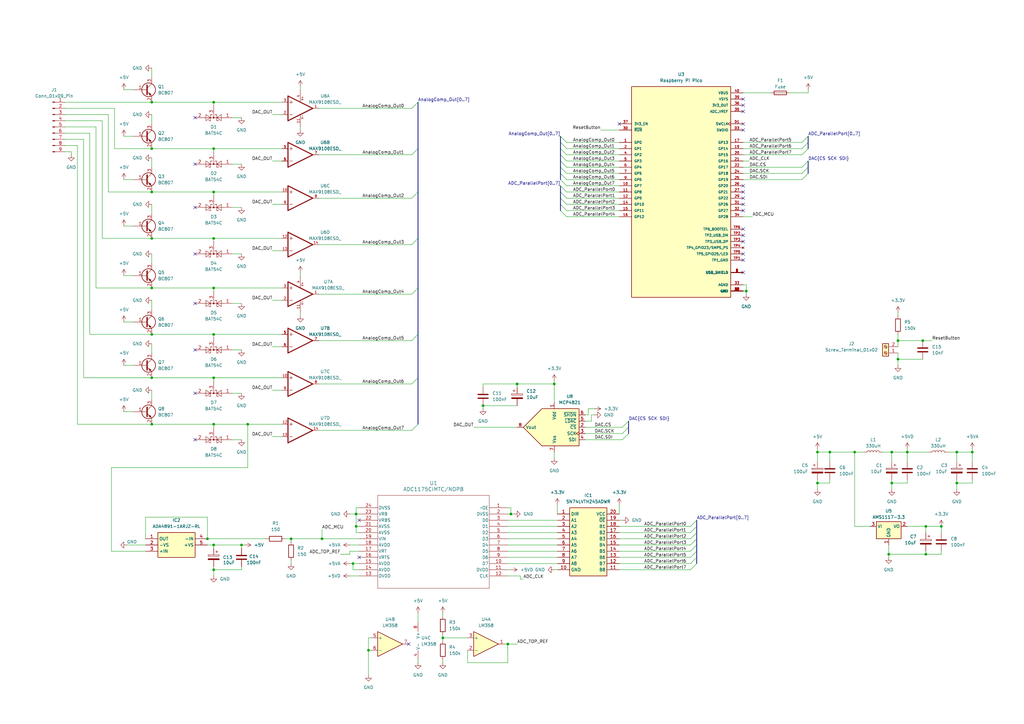
<source format=kicad_sch>
(kicad_sch (version 20230121) (generator eeschema)
  (paper "A3")
  (lib_symbols
    (symbol "ADA4891-1ARJZ-RL:ADA4891-1ARJZ-RL"
      (property "Reference" "IC" (at 21.59 7.62 0))
      (property "Value" "ADA4891-1ARJZ-RL" (at 21.59 5.08 0))
      (symbol "ADA4891-1ARJZ-RL_1_1"
        (pin passive line (at 0 0 0) (length 5.08) (name "OUT") (number "1"))
        (pin passive line (at 0 -2.54 0) (length 5.08) (name "-VS") (number "2"))
        (pin passive line (at 0 -5.08 0) (length 5.08) (name "+IN") (number "3"))
        (pin passive line (at 25.4 0 180) (length 5.08) (name "-IN") (number "4"))
        (pin passive line (at 25.4 -2.54 180) (length 5.08) (name "+VS") (number "5"))
      )
    )
    (symbol "ADC1175CIMTC-NOPB:ADC1175CIMTC_NOPB" (pin_names (offset 0.254))
      (property "Reference" "U" (at 30.48 10.16 0))
      (property "Value" "ADC1175CIMTC/NOPB" (at 30.48 7.62 0))
      (symbol "ADC1175CIMTC_NOPB_0_1"
        (pin input line (at 0 0 0) (length 7.62) (name "~OE") (number "1"))
        (pin output line (at 0 -22.86 0) (length 7.62) (name "D7") (number "10"))
        (pin power_in line (at 0 -25.4 0) (length 7.62) (name "DVDD") (number "11"))
        (pin input line (at 0 -27.94 0) (length 7.62) (name "CLK") (number "12"))
        (pin power_in line (at 60.96 -27.94 180) (length 7.62) (name "DVDD") (number "13"))
        (pin power_in line (at 60.96 -25.4 180) (length 7.62) (name "AVDD") (number "14"))
        (pin power_in line (at 60.96 -22.86 180) (length 7.62) (name "AVDD") (number "15"))
        (pin passive line (at 60.96 -20.32 180) (length 7.62) (name "VRTS") (number "16"))
        (pin input line (at 60.96 -17.78 180) (length 7.62) (name "VRT") (number "17"))
        (pin power_in line (at 60.96 -15.24 180) (length 7.62) (name "AVDD") (number "18"))
        (pin input line (at 60.96 -12.7 180) (length 7.62) (name "VIN") (number "19"))
        (pin power_in line (at 0 -2.54 0) (length 7.62) (name "DVSS") (number "2"))
        (pin power_in line (at 60.96 -10.16 180) (length 7.62) (name "AVSS") (number "20"))
        (pin power_in line (at 60.96 -7.62 180) (length 7.62) (name "AVSS") (number "21"))
        (pin passive line (at 60.96 -5.08 180) (length 7.62) (name "VRBS") (number "22"))
        (pin input line (at 60.96 -2.54 180) (length 7.62) (name "VRB") (number "23"))
        (pin power_in line (at 60.96 0 180) (length 7.62) (name "DVSS") (number "24"))
        (pin output line (at 0 -5.08 0) (length 7.62) (name "D0") (number "3"))
        (pin output line (at 0 -7.62 0) (length 7.62) (name "D1") (number "4"))
        (pin output line (at 0 -10.16 0) (length 7.62) (name "D2") (number "5"))
        (pin output line (at 0 -12.7 0) (length 7.62) (name "D3") (number "6"))
        (pin output line (at 0 -15.24 0) (length 7.62) (name "D4") (number "7"))
        (pin output line (at 0 -17.78 0) (length 7.62) (name "D5") (number "8"))
        (pin output line (at 0 -20.32 0) (length 7.62) (name "D6") (number "9"))
      )
    )
    (symbol "Amplifier_Operational:LM358" (pin_names (offset 0.127))
      (property "Reference" "U" (at 0 5.08 0))
      (property "Value" "LM358" (at 0 -5.08 0))
      (symbol "LM358_1_1"
        (pin output line (at 7.62 0 180) (length 2.54) (name "~") (number "1"))
        (pin input line (at -7.62 -2.54 0) (length 2.54) (name "-") (number "2"))
        (pin input line (at -7.62 2.54 0) (length 2.54) (name "+") (number "3"))
      )
      (symbol "LM358_2_1"
        (pin input line (at -7.62 2.54 0) (length 2.54) (name "+") (number "5"))
        (pin input line (at -7.62 -2.54 0) (length 2.54) (name "-") (number "6"))
        (pin output line (at 7.62 0 180) (length 2.54) (name "~") (number "7"))
      )
      (symbol "LM358_3_1"
        (pin power_in line (at -2.54 -7.62 90) (length 3.81) (name "V-") (number "4"))
        (pin power_in line (at -2.54 7.62 270) (length 3.81) (name "V+") (number "8"))
      )
    )
    (symbol "Analog_DAC:MCP4821" (pin_names (offset 1.016))
      (property "Reference" "U" (at 1.27 10.795 0))
      (property "Value" "MCP4821" (at 1.27 8.89 0))
      (symbol "MCP4821_1_1"
        (pin power_in line (at 0 10.16 270) (length 2.54) (name "Vdd") (number "1"))
        (pin input line (at -12.7 0 0) (length 2.54) (name "~{CS}") (number "2"))
        (pin input clock (at -12.7 -2.54 0) (length 2.54) (name "SCK") (number "3"))
        (pin input line (at -12.7 -5.08 0) (length 2.54) (name "SDI") (number "4"))
        (pin input line (at -12.7 2.54 0) (length 2.54) (name "~{LDAC}") (number "5"))
        (pin input line (at -12.7 5.08 0) (length 2.54) (name "~{SHDN}") (number "6"))
        (pin power_in line (at 0 -10.16 90) (length 2.54) (name "Vss") (number "7"))
        (pin output line (at 15.24 0 180) (length 2.54) (name "Vout") (number "8"))
      )
    )
    (symbol "Connector:Conn_01x09_Pin" (pin_names (offset 1.016) hide)
      (property "Reference" "J" (at 0 12.7 0))
      (property "Value" "Conn_01x09_Pin" (at 0 -12.7 0))
      (symbol "Conn_01x09_Pin_1_1"
        (pin passive line (at 5.08 10.16 180) (length 3.81) (name "Pin_1") (number "1"))
        (pin passive line (at 5.08 7.62 180) (length 3.81) (name "Pin_2") (number "2"))
        (pin passive line (at 5.08 5.08 180) (length 3.81) (name "Pin_3") (number "3"))
        (pin passive line (at 5.08 2.54 180) (length 3.81) (name "Pin_4") (number "4"))
        (pin passive line (at 5.08 0 180) (length 3.81) (name "Pin_5") (number "5"))
        (pin passive line (at 5.08 -2.54 180) (length 3.81) (name "Pin_6") (number "6"))
        (pin passive line (at 5.08 -5.08 180) (length 3.81) (name "Pin_7") (number "7"))
        (pin passive line (at 5.08 -7.62 180) (length 3.81) (name "Pin_8") (number "8"))
        (pin passive line (at 5.08 -10.16 180) (length 3.81) (name "Pin_9") (number "9"))
      )
    )
    (symbol "Connector:Screw_Terminal_01x02" (pin_names (offset 1.016) hide)
      (property "Reference" "J" (at 0 2.54 0))
      (property "Value" "Screw_Terminal_01x02" (at 0 -5.08 0))
      (symbol "Screw_Terminal_01x02_1_1"
        (pin passive line (at -5.08 0 0) (length 3.81) (name "Pin_1") (number "1"))
        (pin passive line (at -5.08 -2.54 0) (length 3.81) (name "Pin_2") (number "2"))
      )
    )
    (symbol "Device:C" (pin_numbers hide) (pin_names (offset 0.254))
      (property "Reference" "C" (at 0.635 2.54 0))
      (property "Value" "C" (at 0.635 -2.54 0))
      (symbol "C_1_1"
        (pin passive line (at 0 3.81 270) (length 2.794) (name "~") (number "1"))
        (pin passive line (at 0 -3.81 90) (length 2.794) (name "~") (number "2"))
      )
    )
    (symbol "Device:C_Polarized" (pin_numbers hide) (pin_names (offset 0.254))
      (property "Reference" "C" (at 0.635 2.54 0))
      (property "Value" "C_Polarized" (at 0.635 -2.54 0))
      (symbol "C_Polarized_1_1"
        (pin passive line (at 0 3.81 270) (length 2.794) (name "~") (number "1"))
        (pin passive line (at 0 -3.81 90) (length 2.794) (name "~") (number "2"))
      )
    )
    (symbol "Device:Fuse" (pin_numbers hide) (pin_names (offset 0))
      (property "Reference" "F" (at 2.032 0 90))
      (property "Value" "Fuse" (at -1.905 0 90))
      (symbol "Fuse_1_1"
        (pin passive line (at 0 3.81 270) (length 1.27) (name "~") (number "1"))
        (pin passive line (at 0 -3.81 90) (length 1.27) (name "~") (number "2"))
      )
    )
    (symbol "Device:L" (pin_numbers hide) (pin_names (offset 1.016) hide)
      (property "Reference" "L" (at -1.27 0 90))
      (property "Value" "L" (at 1.905 0 90))
      (symbol "L_1_1"
        (pin passive line (at 0 3.81 270) (length 1.27) (name "1") (number "1"))
        (pin passive line (at 0 -3.81 90) (length 1.27) (name "2") (number "2"))
      )
    )
    (symbol "Device:R" (pin_numbers hide) (pin_names (offset 0))
      (property "Reference" "R" (at 2.032 0 90))
      (property "Value" "R" (at 0 0 90))
      (symbol "R_1_1"
        (pin passive line (at 0 3.81 270) (length 1.27) (name "~") (number "1"))
        (pin passive line (at 0 -3.81 90) (length 1.27) (name "~") (number "2"))
      )
    )
    (symbol "Diode:BAT54C" (pin_names (offset 1.016))
      (property "Reference" "D" (at 0.635 -3.81 0))
      (property "Value" "BAT54C" (at -6.35 3.175 0))
      (symbol "BAT54C_1_1"
        (pin passive line (at -7.62 0 0) (length 3.81) (name "~") (number "1"))
        (pin passive line (at 7.62 0 180) (length 3.81) (name "~") (number "2"))
        (pin passive line (at 0 -5.08 90) (length 5.08) (name "~") (number "3"))
      )
    )
    (symbol "MAX9108ESD_:MAX9108ESD_" (pin_names (offset 1.016))
      (property "Reference" "U" (at 2.54 3.175 0))
      (property "Value" "MAX9108ESD_" (at 2.54 -5.08 0))
      (symbol "MAX9108ESD__1_0"
        (text "V+" (at 1.27 3.175 900) (effects (font (size 0.8128 0.8128)) (justify left bottom)))
        (text "V-" (at 1.27 -4.445 900) (effects (font (size 0.8128 0.8128)) (justify left bottom)))
        (pin output line (at 7.62 0 180) (length 2.54) (name "~") (number "1"))
        (pin power_in line (at 0 -7.62 90) (length 5.08) (name "~") (number "11"))
        (pin input line (at -7.62 -2.54 0) (length 2.54) (name "~") (number "2"))
        (pin input line (at -7.62 2.54 0) (length 2.54) (name "~") (number "3"))
        (pin power_in line (at 0 7.62 270) (length 5.08) (name "~") (number "4"))
      )
      (symbol "MAX9108ESD__2_0"
        (pin input line (at -7.62 2.54 0) (length 2.54) (name "~") (number "5"))
        (pin input line (at -7.62 -2.54 0) (length 2.54) (name "~") (number "6"))
        (pin output line (at 7.62 0 180) (length 2.54) (name "~") (number "7"))
      )
      (symbol "MAX9108ESD__3_0"
        (pin input line (at -7.62 2.54 0) (length 2.54) (name "~") (number "10"))
        (pin output line (at 7.62 0 180) (length 2.54) (name "~") (number "8"))
        (pin input line (at -7.62 -2.54 0) (length 2.54) (name "~") (number "9"))
      )
      (symbol "MAX9108ESD__4_0"
        (pin input line (at -7.62 2.54 0) (length 2.54) (name "~") (number "12"))
        (pin input line (at -7.62 -2.54 0) (length 2.54) (name "~") (number "13"))
        (pin output line (at 7.62 0 180) (length 2.54) (name "~") (number "14"))
      )
    )
    (symbol "Regulator_Linear:AMS1117-3.3"
      (property "Reference" "U" (at -3.81 3.175 0))
      (property "Value" "AMS1117-3.3" (at 0 3.175 0))
      (symbol "AMS1117-3.3_1_1"
        (pin power_in line (at 0 -7.62 90) (length 2.54) (name "GND") (number "1"))
        (pin power_out line (at 7.62 0 180) (length 2.54) (name "VO") (number "2"))
        (pin power_in line (at -7.62 0 0) (length 2.54) (name "VI") (number "3"))
      )
    )
    (symbol "SC0915:SC0915" (pin_names (offset 1.016))
      (property "Reference" "U" (at -20.32 44.069 0))
      (property "Value" "SC0915" (at -20.32 -45.72 0))
      (symbol "SC0915_0_0"
        (pin bidirectional line (at -25.4 20.32 0) (length 5.08) (name "GP0") (number "1"))
        (pin bidirectional line (at -25.4 2.54 0) (length 5.08) (name "GP7") (number "10"))
        (pin bidirectional line (at -25.4 0 0) (length 5.08) (name "GP8") (number "11"))
        (pin bidirectional line (at -25.4 -2.54 0) (length 5.08) (name "GP9") (number "12"))
        (pin power_in line (at 25.4 -40.64 180) (length 5.08) (name "GND") (number "13"))
        (pin bidirectional line (at -25.4 -5.08 0) (length 5.08) (name "GP10") (number "14"))
        (pin bidirectional line (at -25.4 -7.62 0) (length 5.08) (name "GP11") (number "15"))
        (pin bidirectional line (at -25.4 -10.16 0) (length 5.08) (name "GP12") (number "16"))
        (pin bidirectional line (at 25.4 20.32 180) (length 5.08) (name "GP13") (number "17"))
        (pin power_in line (at 25.4 -40.64 180) (length 5.08) (name "GND") (number "18"))
        (pin bidirectional line (at 25.4 17.78 180) (length 5.08) (name "GP14") (number "19"))
        (pin bidirectional line (at -25.4 17.78 0) (length 5.08) (name "GP1") (number "2"))
        (pin bidirectional line (at 25.4 15.24 180) (length 5.08) (name "GP15") (number "20"))
        (pin bidirectional line (at 25.4 12.7 180) (length 5.08) (name "GP16") (number "21"))
        (pin bidirectional line (at 25.4 10.16 180) (length 5.08) (name "GP17") (number "22"))
        (pin power_in line (at 25.4 -40.64 180) (length 5.08) (name "GND") (number "23"))
        (pin bidirectional line (at 25.4 7.62 180) (length 5.08) (name "GP18") (number "24"))
        (pin bidirectional line (at 25.4 5.08 180) (length 5.08) (name "GP19") (number "25"))
        (pin bidirectional line (at 25.4 2.54 180) (length 5.08) (name "GP20") (number "26"))
        (pin bidirectional line (at 25.4 0 180) (length 5.08) (name "GP21") (number "27"))
        (pin power_in line (at 25.4 -40.64 180) (length 5.08) (name "GND") (number "28"))
        (pin bidirectional line (at 25.4 -2.54 180) (length 5.08) (name "GP22") (number "29"))
        (pin power_in line (at 25.4 -40.64 180) (length 5.08) (name "GND") (number "3"))
        (pin input line (at -25.4 25.4 0) (length 5.08) (name "~{RUN}") (number "30"))
        (pin bidirectional line (at 25.4 -5.08 180) (length 5.08) (name "GP26") (number "31"))
        (pin bidirectional line (at 25.4 -7.62 180) (length 5.08) (name "GP27") (number "32"))
        (pin power_in line (at 25.4 -38.1 180) (length 5.08) (name "AGND") (number "33"))
        (pin bidirectional line (at 25.4 -10.16 180) (length 5.08) (name "GP28") (number "34"))
        (pin power_in line (at 25.4 33.02 180) (length 5.08) (name "ADC_VREF") (number "35"))
        (pin power_in line (at 25.4 35.56 180) (length 5.08) (name "3V3_OUT") (number "36"))
        (pin input line (at -25.4 27.94 0) (length 5.08) (name "3V3_EN") (number "37"))
        (pin power_in line (at 25.4 -40.64 180) (length 5.08) (name "GND") (number "38"))
        (pin power_in line (at 25.4 38.1 180) (length 5.08) (name "VSYS") (number "39"))
        (pin bidirectional line (at -25.4 15.24 0) (length 5.08) (name "GP2") (number "4"))
        (pin power_in line (at 25.4 40.64 180) (length 5.08) (name "VBUS") (number "40"))
        (pin bidirectional line (at -25.4 12.7 0) (length 5.08) (name "GP3") (number "5"))
        (pin bidirectional line (at -25.4 10.16 0) (length 5.08) (name "GP4") (number "6"))
        (pin bidirectional line (at -25.4 7.62 0) (length 5.08) (name "GP5") (number "7"))
        (pin power_in line (at 25.4 -40.64 180) (length 5.08) (name "GND") (number "8"))
        (pin bidirectional line (at -25.4 5.08 0) (length 5.08) (name "GP6") (number "9"))
        (pin power_in line (at 25.4 -33.02 180) (length 5.08) (name "USB_SHIELD") (number "A"))
        (pin power_in line (at 25.4 -33.02 180) (length 5.08) (name "USB_SHIELD") (number "B"))
        (pin power_in line (at 25.4 -33.02 180) (length 5.08) (name "USB_SHIELD") (number "C"))
        (pin power_in line (at 25.4 -33.02 180) (length 5.08) (name "USB_SHIELD") (number "D"))
        (pin input clock (at 25.4 27.94 180) (length 5.08) (name "SWCLK") (number "D1"))
        (pin power_in line (at 25.4 -40.64 180) (length 5.08) (name "GND") (number "D2"))
        (pin bidirectional line (at 25.4 25.4 180) (length 5.08) (name "SWDIO") (number "D3"))
        (pin power_in line (at 25.4 -27.94 180) (length 5.08) (name "TP1_GND") (number "TP1"))
        (pin bidirectional line (at 25.4 -17.78 180) (length 5.08) (name "TP2_USB_DM") (number "TP2"))
        (pin bidirectional line (at 25.4 -20.32 180) (length 5.08) (name "TP3_USB_DP") (number "TP3"))
        (pin no_connect line (at 25.4 -22.86 180) (length 5.08) (name "TP4_GPIO23/SMPS_PS") (number "TP4"))
        (pin output line (at 25.4 -25.4 180) (length 5.08) (name "TP5_GPIO25/LED") (number "TP5"))
        (pin input line (at 25.4 -15.24 180) (length 5.08) (name "TP6_BOOTSEL") (number "TP6"))
      )
    )
    (symbol "SN74LVTH245ADWR:SN74LVTH245ADWR"
      (property "Reference" "IC" (at 21.59 7.62 0))
      (property "Value" "SN74LVTH245ADWR" (at 21.59 5.08 0))
      (symbol "SN74LVTH245ADWR_1_1"
        (pin passive line (at 0 0 0) (length 5.08) (name "DIR") (number "1"))
        (pin passive line (at 0 -22.86 0) (length 5.08) (name "GND") (number "10"))
        (pin passive line (at 25.4 -22.86 180) (length 5.08) (name "B8") (number "11"))
        (pin passive line (at 25.4 -20.32 180) (length 5.08) (name "B7") (number "12"))
        (pin passive line (at 25.4 -17.78 180) (length 5.08) (name "B6") (number "13"))
        (pin passive line (at 25.4 -15.24 180) (length 5.08) (name "B5") (number "14"))
        (pin passive line (at 25.4 -12.7 180) (length 5.08) (name "B4") (number "15"))
        (pin passive line (at 25.4 -10.16 180) (length 5.08) (name "B3") (number "16"))
        (pin passive line (at 25.4 -7.62 180) (length 5.08) (name "B2") (number "17"))
        (pin passive line (at 25.4 -5.08 180) (length 5.08) (name "B1") (number "18"))
        (pin passive line (at 25.4 -2.54 180) (length 5.08) (name "~{OE}") (number "19"))
        (pin passive line (at 0 -2.54 0) (length 5.08) (name "A1") (number "2"))
        (pin passive line (at 25.4 0 180) (length 5.08) (name "VCC") (number "20"))
        (pin passive line (at 0 -5.08 0) (length 5.08) (name "A2") (number "3"))
        (pin passive line (at 0 -7.62 0) (length 5.08) (name "A3") (number "4"))
        (pin passive line (at 0 -10.16 0) (length 5.08) (name "A4") (number "5"))
        (pin passive line (at 0 -12.7 0) (length 5.08) (name "A5") (number "6"))
        (pin passive line (at 0 -15.24 0) (length 5.08) (name "A6") (number "7"))
        (pin passive line (at 0 -17.78 0) (length 5.08) (name "A7") (number "8"))
        (pin passive line (at 0 -20.32 0) (length 5.08) (name "A8") (number "9"))
      )
    )
    (symbol "Transistor_BJT:BC807" (pin_names (offset 0) hide)
      (property "Reference" "Q" (at 5.08 1.905 0))
      (property "Value" "BC807" (at 5.08 0 0))
      (symbol "BC807_1_1"
        (pin input line (at -5.08 0 0) (length 5.715) (name "B") (number "1"))
        (pin passive line (at 2.54 -5.08 90) (length 2.54) (name "E") (number "2"))
        (pin passive line (at 2.54 5.08 270) (length 2.54) (name "C") (number "3"))
      )
    )
    (symbol "power:+3.3V" (power) (pin_names (offset 0))
      (property "Value" "+3.3V" (at 0 3.556 0))
      (symbol "+3.3V_1_1"
        (pin power_in line (at 0 0 90) (length 0) hide (name "+3.3V") (number "1"))
      )
    )
    (symbol "power:+5V" (power) (pin_names (offset 0))
      (property "Value" "+5V" (at 0 3.556 0))
      (symbol "+5V_1_1"
        (pin power_in line (at 0 0 90) (length 0) hide (name "+5V") (number "1"))
      )
    )
    (symbol "power:+5VA" (power) (pin_names (offset 0))
      (property "Value" "+5VA" (at 0 3.556 0))
      (symbol "+5VA_1_1"
        (pin power_in line (at 0 0 90) (length 0) hide (name "+5VA") (number "1"))
      )
    )
    (symbol "power:+5VD" (power) (pin_names (offset 0))
      (property "Value" "+5VD" (at 0 3.556 0))
      (symbol "+5VD_1_1"
        (pin power_in line (at 0 0 90) (length 0) hide (name "+5VD") (number "1"))
      )
    )
    (symbol "power:GND" (power) (pin_names (offset 0))
      (property "Value" "GND" (at 0 -3.81 0))
      (symbol "GND_1_1"
        (pin power_in line (at 0 0 270) (length 0) hide (name "GND") (number "1"))
      )
    )
  )
  (junction (at 87.63 41.91))
  (junction (at 368.3 147.32))
  (junction (at 181.61 261.62))
  (junction (at 87.63 60.96))
  (junction (at 146.05 215.9))
  (junction (at 379.73 227.33))
  (junction (at 392.43 185.42))
  (junction (at 62.23 173.99))
  (junction (at 198.12 166.37))
  (junction (at 132.08 220.98))
  (junction (at 350.52 185.42))
  (junction (at 87.63 233.68))
  (junction (at 62.23 60.96))
  (junction (at 340.36 185.42))
  (junction (at 87.63 223.52))
  (junction (at 306.07 119.38))
  (junction (at 99.06 223.52))
  (junction (at 212.09 157.48))
  (junction (at 87.63 137.16))
  (junction (at 85.09 220.98))
  (junction (at 87.63 78.74))
  (junction (at 101.6 173.99))
  (junction (at 62.23 97.79))
  (junction (at 398.78 185.42))
  (junction (at 62.23 41.91))
  (junction (at 386.08 215.9))
  (junction (at 365.76 185.42))
  (junction (at 87.63 97.79))
  (junction (at 392.43 198.12))
  (junction (at 364.49 227.33))
  (junction (at 87.63 173.99))
  (junction (at 87.63 118.11))
  (junction (at 335.28 185.42))
  (junction (at 146.05 210.82))
  (junction (at 62.23 118.11))
  (junction (at 378.46 139.7))
  (junction (at 208.28 264.16))
  (junction (at 87.63 154.94))
  (junction (at 119.38 220.98))
  (junction (at 365.76 198.12))
  (junction (at 62.23 78.74))
  (junction (at 151.13 266.7))
  (junction (at 62.23 137.16))
  (junction (at 372.11 185.42))
  (junction (at 227.33 157.48))
  (junction (at 144.78 231.14))
  (junction (at 209.55 210.82))
  (junction (at 379.73 215.9))
  (junction (at 368.3 139.7))
  (junction (at 62.23 154.94))
  (junction (at 335.28 198.12))
  (no_connect (at 147.32 228.6))
  (no_connect (at 304.8 96.52))
  (no_connect (at 304.8 106.68))
  (no_connect (at 304.8 83.82))
  (no_connect (at 304.8 76.2))
  (no_connect (at 304.8 43.18))
  (no_connect (at 304.8 86.36))
  (no_connect (at 147.32 213.36))
  (no_connect (at 304.8 50.8))
  (no_connect (at 80.01 124.46))
  (no_connect (at 80.01 67.31))
  (no_connect (at 304.8 45.72))
  (no_connect (at 304.8 111.76))
  (no_connect (at 304.8 53.34))
  (no_connect (at 80.01 85.09))
  (no_connect (at 304.8 40.64))
  (no_connect (at 304.8 93.98))
  (no_connect (at 304.8 99.06))
  (no_connect (at 80.01 143.51))
  (no_connect (at 254 50.8))
  (no_connect (at 80.01 104.14))
  (no_connect (at 304.8 81.28))
  (no_connect (at 80.01 48.26))
  (no_connect (at 304.8 78.74))
  (no_connect (at 80.01 180.34))
  (no_connect (at 304.8 104.14))
  (no_connect (at 167.64 264.16))
  (no_connect (at 80.01 161.29))
  (bus_entry (at 257.81 172.72) (size -2.54 2.54))
  (bus_entry (at 257.81 177.8) (size -2.54 2.54))
  (bus_entry (at 229.87 71.12) (size 2.54 2.54))
  (bus_entry (at 285.75 220.98) (size -2.54 2.54))
  (bus_entry (at 171.45 60.96) (size -2.54 2.54))
  (bus_entry (at 229.87 78.74) (size 2.54 2.54))
  (bus_entry (at 331.47 60.96) (size -2.54 2.54))
  (bus_entry (at 171.45 154.94) (size -2.54 2.54))
  (bus_entry (at 331.47 58.42) (size -2.54 2.54))
  (bus_entry (at 331.47 55.88) (size -2.54 2.54))
  (bus_entry (at 171.45 173.99) (size -2.54 2.54))
  (bus_entry (at 285.75 223.52) (size -2.54 2.54))
  (bus_entry (at 331.47 68.58) (size -2.54 2.54))
  (bus_entry (at 229.87 55.88) (size 2.54 2.54))
  (bus_entry (at 229.87 68.58) (size 2.54 2.54))
  (bus_entry (at 285.75 218.44) (size -2.54 2.54))
  (bus_entry (at 171.45 137.16) (size -2.54 2.54))
  (bus_entry (at 229.87 66.04) (size 2.54 2.54))
  (bus_entry (at 285.75 226.06) (size -2.54 2.54))
  (bus_entry (at 229.87 83.82) (size 2.54 2.54))
  (bus_entry (at 229.87 86.36) (size 2.54 2.54))
  (bus_entry (at 171.45 78.74) (size -2.54 2.54))
  (bus_entry (at 229.87 58.42) (size 2.54 2.54))
  (bus_entry (at 171.45 97.79) (size -2.54 2.54))
  (bus_entry (at 285.75 228.6) (size -2.54 2.54))
  (bus_entry (at 171.45 118.11) (size -2.54 2.54))
  (bus_entry (at 171.45 41.91) (size -2.54 2.54))
  (bus_entry (at 285.75 215.9) (size -2.54 2.54))
  (bus_entry (at 257.81 175.26) (size -2.54 2.54))
  (bus_entry (at 229.87 81.28) (size 2.54 2.54))
  (bus_entry (at 285.75 213.36) (size -2.54 2.54))
  (bus_entry (at 229.87 63.5) (size 2.54 2.54))
  (bus_entry (at 229.87 76.2) (size 2.54 2.54))
  (bus_entry (at 331.47 71.12) (size -2.54 2.54))
  (bus_entry (at 285.75 231.14) (size -2.54 2.54))
  (bus_entry (at 229.87 60.96) (size 2.54 2.54))
  (bus_entry (at 229.87 73.66) (size 2.54 2.54))
  (bus_entry (at 331.47 66.04) (size -2.54 2.54))
  (wire (pts (xy 208.28 271.78) (xy 208.28 264.16)))
  (wire (pts (xy 130.81 81.28) (xy 168.91 81.28)))
  (wire (pts (xy 87.63 41.91) (xy 115.57 41.91)))
  (wire (pts (xy 31.75 173.99) (xy 31.75 59.69)))
  (wire (pts (xy 304.8 58.42) (xy 328.93 58.42)))
  (wire (pts (xy 62.23 104.14) (xy 62.23 107.95)))
  (wire (pts (xy 228.6 207.01) (xy 228.6 210.82)))
  (wire (pts (xy 331.47 36.83) (xy 331.47 38.1)))
  (wire (pts (xy 254 213.36) (xy 255.27 213.36)))
  (wire (pts (xy 254 207.01) (xy 254 210.82)))
  (wire (pts (xy 365.76 185.42) (xy 365.76 189.23)))
  (wire (pts (xy 254 233.68) (xy 283.21 233.68)))
  (wire (pts (xy 85.09 212.09) (xy 59.69 212.09)))
  (bus (pts (xy 285.75 228.6) (xy 285.75 231.14)))
  (wire (pts (xy 365.76 196.85) (xy 365.76 198.12)))
  (wire (pts (xy 181.61 270.51) (xy 181.61 271.78)))
  (wire (pts (xy 152.4 261.62) (xy 151.13 261.62)))
  (bus (pts (xy 285.75 220.98) (xy 285.75 223.52)))
  (wire (pts (xy 232.41 71.12) (xy 254 71.12)))
  (wire (pts (xy 59.69 212.09) (xy 59.69 220.98)))
  (wire (pts (xy 62.23 78.74) (xy 44.45 78.74)))
  (wire (pts (xy 45.72 191.77) (xy 45.72 226.06)))
  (wire (pts (xy 29.21 62.23) (xy 26.67 62.23)))
  (wire (pts (xy 143.51 236.22) (xy 147.32 236.22)))
  (wire (pts (xy 146.05 215.9) (xy 146.05 210.82)))
  (wire (pts (xy 227.33 185.42) (xy 227.33 187.96)))
  (bus (pts (xy 171.45 137.16) (xy 171.45 154.94)))
  (wire (pts (xy 232.41 66.04) (xy 254 66.04)))
  (wire (pts (xy 116.84 220.98) (xy 119.38 220.98)))
  (wire (pts (xy 350.52 185.42) (xy 354.33 185.42)))
  (wire (pts (xy 46.99 60.96) (xy 46.99 44.45)))
  (wire (pts (xy 99.06 233.68) (xy 87.63 233.68)))
  (wire (pts (xy 242.57 170.18) (xy 242.57 172.72)))
  (wire (pts (xy 111.76 142.24) (xy 115.57 142.24)))
  (wire (pts (xy 87.63 118.11) (xy 115.57 118.11)))
  (wire (pts (xy 62.23 118.11) (xy 39.37 118.11)))
  (wire (pts (xy 306.07 119.38) (xy 304.8 119.38)))
  (wire (pts (xy 147.32 233.68) (xy 144.78 233.68)))
  (wire (pts (xy 304.8 63.5) (xy 328.93 63.5)))
  (wire (pts (xy 36.83 137.16) (xy 36.83 54.61)))
  (bus (pts (xy 171.45 60.96) (xy 171.45 78.74)))
  (wire (pts (xy 132.08 217.17) (xy 132.08 220.98)))
  (wire (pts (xy 232.41 78.74) (xy 254 78.74)))
  (wire (pts (xy 62.23 118.11) (xy 87.63 118.11)))
  (bus (pts (xy 171.45 97.79) (xy 171.45 118.11)))
  (wire (pts (xy 304.8 60.96) (xy 328.93 60.96)))
  (wire (pts (xy 198.12 158.75) (xy 198.12 157.48)))
  (wire (pts (xy 232.41 58.42) (xy 254 58.42)))
  (wire (pts (xy 95.25 104.14) (xy 99.06 104.14)))
  (wire (pts (xy 392.43 196.85) (xy 392.43 198.12)))
  (wire (pts (xy 50.8 149.86) (xy 54.61 149.86)))
  (wire (pts (xy 50.8 168.91) (xy 54.61 168.91)))
  (wire (pts (xy 398.78 189.23) (xy 398.78 185.42)))
  (wire (pts (xy 379.73 226.06) (xy 379.73 227.33)))
  (wire (pts (xy 364.49 223.52) (xy 364.49 227.33)))
  (wire (pts (xy 87.63 137.16) (xy 87.63 138.43)))
  (wire (pts (xy 130.81 176.53) (xy 168.91 176.53)))
  (wire (pts (xy 59.69 226.06) (xy 45.72 226.06)))
  (wire (pts (xy 386.08 218.44) (xy 386.08 215.9)))
  (wire (pts (xy 87.63 223.52) (xy 99.06 223.52)))
  (wire (pts (xy 26.67 41.91) (xy 62.23 41.91)))
  (wire (pts (xy 87.63 233.68) (xy 87.63 232.41)))
  (wire (pts (xy 307.34 66.04) (xy 304.8 66.04)))
  (wire (pts (xy 372.11 198.12) (xy 365.76 198.12)))
  (wire (pts (xy 209.55 208.28) (xy 209.55 210.82)))
  (wire (pts (xy 368.3 137.16) (xy 368.3 139.7)))
  (bus (pts (xy 285.75 213.36) (xy 285.75 215.9)))
  (wire (pts (xy 340.36 185.42) (xy 350.52 185.42)))
  (wire (pts (xy 254 228.6) (xy 283.21 228.6)))
  (wire (pts (xy 208.28 220.98) (xy 228.6 220.98)))
  (wire (pts (xy 62.23 60.96) (xy 46.99 60.96)))
  (wire (pts (xy 304.8 68.58) (xy 328.93 68.58)))
  (wire (pts (xy 392.43 185.42) (xy 392.43 189.23)))
  (wire (pts (xy 87.63 233.68) (xy 87.63 236.22)))
  (wire (pts (xy 208.28 213.36) (xy 228.6 213.36)))
  (wire (pts (xy 181.61 261.62) (xy 191.77 261.62)))
  (wire (pts (xy 87.63 223.52) (xy 87.63 224.79)))
  (wire (pts (xy 392.43 198.12) (xy 398.78 198.12)))
  (wire (pts (xy 143.51 226.06) (xy 147.32 226.06)))
  (wire (pts (xy 119.38 229.87) (xy 119.38 231.14)))
  (bus (pts (xy 229.87 81.28) (xy 229.87 83.82)))
  (wire (pts (xy 386.08 226.06) (xy 386.08 227.33)))
  (wire (pts (xy 350.52 215.9) (xy 350.52 185.42)))
  (wire (pts (xy 208.28 226.06) (xy 228.6 226.06)))
  (wire (pts (xy 335.28 198.12) (xy 335.28 200.66)))
  (bus (pts (xy 257.81 172.72) (xy 257.81 175.26)))
  (wire (pts (xy 240.03 177.8) (xy 255.27 177.8)))
  (wire (pts (xy 130.81 100.33) (xy 168.91 100.33)))
  (wire (pts (xy 62.23 154.94) (xy 87.63 154.94)))
  (wire (pts (xy 151.13 261.62) (xy 151.13 266.7)))
  (wire (pts (xy 368.3 149.86) (xy 368.3 147.32)))
  (wire (pts (xy 232.41 63.5) (xy 254 63.5)))
  (wire (pts (xy 85.09 220.98) (xy 109.22 220.98)))
  (wire (pts (xy 62.23 173.99) (xy 87.63 173.99)))
  (wire (pts (xy 87.63 154.94) (xy 115.57 154.94)))
  (wire (pts (xy 130.81 157.48) (xy 168.91 157.48)))
  (wire (pts (xy 130.81 139.7) (xy 168.91 139.7)))
  (wire (pts (xy 227.33 233.68) (xy 228.6 233.68)))
  (wire (pts (xy 95.25 180.34) (xy 99.06 180.34)))
  (wire (pts (xy 254 223.52) (xy 283.21 223.52)))
  (wire (pts (xy 232.41 76.2) (xy 254 76.2)))
  (wire (pts (xy 95.25 67.31) (xy 99.06 67.31)))
  (wire (pts (xy 254 226.06) (xy 283.21 226.06)))
  (wire (pts (xy 147.32 208.28) (xy 146.05 208.28)))
  (wire (pts (xy 62.23 46.99) (xy 62.23 50.8)))
  (wire (pts (xy 232.41 88.9) (xy 254 88.9)))
  (wire (pts (xy 379.73 215.9) (xy 379.73 218.44)))
  (bus (pts (xy 229.87 83.82) (xy 229.87 86.36)))
  (wire (pts (xy 87.63 118.11) (xy 87.63 119.38)))
  (wire (pts (xy 240.03 175.26) (xy 255.27 175.26)))
  (bus (pts (xy 229.87 71.12) (xy 229.87 73.66)))
  (wire (pts (xy 62.23 78.74) (xy 87.63 78.74)))
  (bus (pts (xy 285.75 218.44) (xy 285.75 220.98)))
  (wire (pts (xy 340.36 185.42) (xy 340.36 189.23)))
  (wire (pts (xy 31.75 59.69) (xy 26.67 59.69)))
  (wire (pts (xy 232.41 81.28) (xy 254 81.28)))
  (wire (pts (xy 254 53.34) (xy 246.38 53.34)))
  (wire (pts (xy 340.36 196.85) (xy 340.36 198.12)))
  (wire (pts (xy 29.21 63.5) (xy 29.21 62.23)))
  (wire (pts (xy 62.23 137.16) (xy 36.83 137.16)))
  (wire (pts (xy 379.73 227.33) (xy 386.08 227.33)))
  (wire (pts (xy 99.06 224.79) (xy 99.06 223.52)))
  (wire (pts (xy 194.31 175.26) (xy 212.09 175.26)))
  (wire (pts (xy 87.63 173.99) (xy 87.63 175.26)))
  (wire (pts (xy 39.37 118.11) (xy 39.37 52.07)))
  (wire (pts (xy 34.29 57.15) (xy 26.67 57.15)))
  (wire (pts (xy 212.09 158.75) (xy 212.09 157.48)))
  (wire (pts (xy 368.3 147.32) (xy 378.46 147.32)))
  (wire (pts (xy 191.77 266.7) (xy 191.77 271.78)))
  (wire (pts (xy 144.78 231.14) (xy 147.32 231.14)))
  (wire (pts (xy 171.45 251.46) (xy 171.45 255.27)))
  (wire (pts (xy 111.76 102.87) (xy 115.57 102.87)))
  (wire (pts (xy 242.57 170.18) (xy 243.84 170.18)))
  (wire (pts (xy 198.12 166.37) (xy 198.12 167.64)))
  (wire (pts (xy 304.8 88.9) (xy 308.61 88.9)))
  (wire (pts (xy 95.25 161.29) (xy 99.06 161.29)))
  (bus (pts (xy 229.87 76.2) (xy 229.87 78.74)))
  (wire (pts (xy 181.61 261.62) (xy 181.61 262.89)))
  (wire (pts (xy 130.81 44.45) (xy 168.91 44.45)))
  (wire (pts (xy 36.83 54.61) (xy 26.67 54.61)))
  (wire (pts (xy 398.78 185.42) (xy 398.78 184.15)))
  (wire (pts (xy 146.05 210.82) (xy 147.32 210.82)))
  (bus (pts (xy 229.87 63.5) (xy 229.87 66.04)))
  (bus (pts (xy 171.45 41.91) (xy 171.45 60.96)))
  (wire (pts (xy 50.8 92.71) (xy 54.61 92.71)))
  (wire (pts (xy 123.19 52.07) (xy 123.19 53.34)))
  (wire (pts (xy 368.3 139.7) (xy 378.46 139.7)))
  (wire (pts (xy 361.95 185.42) (xy 365.76 185.42)))
  (wire (pts (xy 232.41 60.96) (xy 254 60.96)))
  (wire (pts (xy 95.25 124.46) (xy 99.06 124.46)))
  (wire (pts (xy 209.55 210.82) (xy 210.82 210.82)))
  (wire (pts (xy 304.8 73.66) (xy 328.93 73.66)))
  (bus (pts (xy 171.45 118.11) (xy 171.45 137.16)))
  (bus (pts (xy 229.87 55.88) (xy 229.87 58.42)))
  (wire (pts (xy 191.77 271.78) (xy 208.28 271.78)))
  (wire (pts (xy 123.19 111.76) (xy 123.19 113.03)))
  (wire (pts (xy 132.08 220.98) (xy 147.32 220.98)))
  (bus (pts (xy 229.87 60.96) (xy 229.87 63.5)))
  (wire (pts (xy 335.28 184.15) (xy 335.28 185.42)))
  (wire (pts (xy 368.3 144.78) (xy 368.3 147.32)))
  (wire (pts (xy 123.19 35.56) (xy 123.19 36.83)))
  (wire (pts (xy 62.23 154.94) (xy 34.29 154.94)))
  (wire (pts (xy 368.3 142.24) (xy 368.3 139.7)))
  (wire (pts (xy 50.8 113.03) (xy 54.61 113.03)))
  (wire (pts (xy 95.25 48.26) (xy 99.06 48.26)))
  (wire (pts (xy 87.63 154.94) (xy 87.63 156.21)))
  (wire (pts (xy 143.51 223.52) (xy 147.32 223.52)))
  (wire (pts (xy 101.6 173.99) (xy 115.57 173.99)))
  (bus (pts (xy 331.47 68.58) (xy 331.47 71.12)))
  (wire (pts (xy 212.09 157.48) (xy 227.33 157.48)))
  (wire (pts (xy 306.07 116.84) (xy 306.07 119.38)))
  (wire (pts (xy 227.33 157.48) (xy 227.33 165.1)))
  (wire (pts (xy 50.8 55.88) (xy 54.61 55.88)))
  (wire (pts (xy 50.8 132.08) (xy 54.61 132.08)))
  (wire (pts (xy 232.41 86.36) (xy 254 86.36)))
  (wire (pts (xy 143.51 231.14) (xy 144.78 231.14)))
  (wire (pts (xy 41.91 49.53) (xy 26.67 49.53)))
  (wire (pts (xy 208.28 233.68) (xy 209.55 233.68)))
  (wire (pts (xy 241.3 167.64) (xy 241.3 170.18)))
  (wire (pts (xy 382.27 139.7) (xy 378.46 139.7)))
  (bus (pts (xy 229.87 68.58) (xy 229.87 71.12)))
  (bus (pts (xy 331.47 55.88) (xy 331.47 58.42)))
  (wire (pts (xy 232.41 68.58) (xy 254 68.58)))
  (wire (pts (xy 62.23 160.02) (xy 62.23 163.83)))
  (wire (pts (xy 304.8 38.1) (xy 316.23 38.1)))
  (wire (pts (xy 398.78 198.12) (xy 398.78 196.85)))
  (wire (pts (xy 208.28 231.14) (xy 228.6 231.14)))
  (wire (pts (xy 208.28 215.9) (xy 228.6 215.9)))
  (wire (pts (xy 335.28 196.85) (xy 335.28 198.12)))
  (wire (pts (xy 46.99 44.45) (xy 26.67 44.45)))
  (bus (pts (xy 229.87 58.42) (xy 229.87 60.96)))
  (wire (pts (xy 146.05 208.28) (xy 146.05 210.82)))
  (wire (pts (xy 41.91 97.79) (xy 41.91 49.53)))
  (wire (pts (xy 62.23 64.77) (xy 62.23 68.58)))
  (wire (pts (xy 111.76 66.04) (xy 115.57 66.04)))
  (wire (pts (xy 240.03 180.34) (xy 255.27 180.34)))
  (wire (pts (xy 208.28 223.52) (xy 228.6 223.52)))
  (wire (pts (xy 59.69 223.52) (xy 52.07 223.52)))
  (wire (pts (xy 87.63 78.74) (xy 115.57 78.74)))
  (bus (pts (xy 229.87 78.74) (xy 229.87 81.28)))
  (wire (pts (xy 254 215.9) (xy 283.21 215.9)))
  (wire (pts (xy 62.23 137.16) (xy 87.63 137.16)))
  (wire (pts (xy 87.63 137.16) (xy 115.57 137.16)))
  (wire (pts (xy 213.36 237.49) (xy 214.63 237.49)))
  (wire (pts (xy 99.06 223.52) (xy 100.33 223.52)))
  (wire (pts (xy 208.28 264.16) (xy 207.01 264.16)))
  (wire (pts (xy 45.72 191.77) (xy 101.6 191.77)))
  (wire (pts (xy 372.11 185.42) (xy 372.11 189.23)))
  (wire (pts (xy 111.76 46.99) (xy 115.57 46.99)))
  (wire (pts (xy 62.23 140.97) (xy 62.23 144.78)))
  (wire (pts (xy 101.6 173.99) (xy 101.6 191.77)))
  (wire (pts (xy 62.23 83.82) (xy 62.23 87.63)))
  (wire (pts (xy 241.3 167.64) (xy 243.84 167.64)))
  (wire (pts (xy 146.05 218.44) (xy 146.05 215.9)))
  (wire (pts (xy 62.23 41.91) (xy 87.63 41.91)))
  (bus (pts (xy 285.75 226.06) (xy 285.75 228.6)))
  (wire (pts (xy 372.11 185.42) (xy 372.11 184.15)))
  (wire (pts (xy 143.51 227.33) (xy 143.51 226.06)))
  (wire (pts (xy 379.73 215.9) (xy 372.11 215.9)))
  (bus (pts (xy 285.75 215.9) (xy 285.75 218.44)))
  (wire (pts (xy 62.23 27.94) (xy 62.23 31.75)))
  (wire (pts (xy 365.76 185.42) (xy 372.11 185.42)))
  (wire (pts (xy 254 218.44) (xy 283.21 218.44)))
  (wire (pts (xy 392.43 198.12) (xy 392.43 200.66)))
  (wire (pts (xy 87.63 78.74) (xy 87.63 80.01)))
  (wire (pts (xy 304.8 116.84) (xy 306.07 116.84)))
  (wire (pts (xy 241.3 170.18) (xy 240.03 170.18)))
  (wire (pts (xy 232.41 83.82) (xy 254 83.82)))
  (wire (pts (xy 123.19 128.27) (xy 123.19 129.54)))
  (bus (pts (xy 229.87 66.04) (xy 229.87 68.58)))
  (bus (pts (xy 171.45 154.94) (xy 171.45 173.99)))
  (wire (pts (xy 392.43 185.42) (xy 398.78 185.42)))
  (wire (pts (xy 364.49 227.33) (xy 379.73 227.33)))
  (wire (pts (xy 62.23 173.99) (xy 31.75 173.99)))
  (bus (pts (xy 285.75 223.52) (xy 285.75 226.06)))
  (wire (pts (xy 130.81 63.5) (xy 168.91 63.5)))
  (wire (pts (xy 87.63 97.79) (xy 115.57 97.79)))
  (wire (pts (xy 368.3 128.27) (xy 368.3 129.54)))
  (wire (pts (xy 87.63 60.96) (xy 87.63 62.23)))
  (wire (pts (xy 139.7 227.33) (xy 143.51 227.33)))
  (bus (pts (xy 171.45 78.74) (xy 171.45 97.79)))
  (wire (pts (xy 242.57 172.72) (xy 240.03 172.72)))
  (wire (pts (xy 147.32 215.9) (xy 146.05 215.9)))
  (wire (pts (xy 323.85 38.1) (xy 331.47 38.1)))
  (wire (pts (xy 356.87 215.9) (xy 350.52 215.9)))
  (wire (pts (xy 95.25 85.09) (xy 99.06 85.09)))
  (wire (pts (xy 213.36 237.49) (xy 213.36 236.22)))
  (wire (pts (xy 152.4 266.7) (xy 151.13 266.7)))
  (wire (pts (xy 254 231.14) (xy 283.21 231.14)))
  (wire (pts (xy 87.63 173.99) (xy 101.6 173.99)))
  (wire (pts (xy 119.38 222.25) (xy 119.38 220.98)))
  (wire (pts (xy 95.25 143.51) (xy 99.06 143.51)))
  (wire (pts (xy 50.8 73.66) (xy 54.61 73.66)))
  (wire (pts (xy 50.8 36.83) (xy 54.61 36.83)))
  (wire (pts (xy 85.09 223.52) (xy 87.63 223.52)))
  (wire (pts (xy 335.28 185.42) (xy 335.28 189.23)))
  (wire (pts (xy 87.63 41.91) (xy 87.63 43.18)))
  (wire (pts (xy 99.06 233.68) (xy 99.06 232.41)))
  (wire (pts (xy 372.11 185.42) (xy 381 185.42)))
  (wire (pts (xy 85.09 220.98) (xy 85.09 212.09)))
  (wire (pts (xy 130.81 120.65) (xy 168.91 120.65)))
  (wire (pts (xy 208.28 228.6) (xy 228.6 228.6)))
  (wire (pts (xy 335.28 185.42) (xy 340.36 185.42)))
  (wire (pts (xy 151.13 266.7) (xy 151.13 276.86)))
  (wire (pts (xy 232.41 73.66) (xy 254 73.66)))
  (wire (pts (xy 87.63 97.79) (xy 87.63 99.06)))
  (wire (pts (xy 213.36 236.22) (xy 208.28 236.22)))
  (wire (pts (xy 87.63 60.96) (xy 115.57 60.96)))
  (wire (pts (xy 62.23 123.19) (xy 62.23 127)))
  (wire (pts (xy 254 220.98) (xy 283.21 220.98)))
  (wire (pts (xy 208.28 208.28) (xy 209.55 208.28)))
  (bus (pts (xy 331.47 66.04) (xy 331.47 68.58)))
  (wire (pts (xy 44.45 46.99) (xy 26.67 46.99)))
  (wire (pts (xy 198.12 166.37) (xy 212.09 166.37)))
  (wire (pts (xy 111.76 123.19) (xy 115.57 123.19)))
  (wire (pts (xy 171.45 270.51) (xy 171.45 271.78)))
  (wire (pts (xy 111.76 179.07) (xy 115.57 179.07)))
  (wire (pts (xy 306.07 120.65) (xy 306.07 119.38)))
  (wire (pts (xy 62.23 97.79) (xy 41.91 97.79)))
  (wire (pts (xy 181.61 251.46) (xy 181.61 252.73)))
  (wire (pts (xy 143.51 210.82) (xy 146.05 210.82)))
  (wire (pts (xy 365.76 198.12) (xy 365.76 200.66)))
  (wire (pts (xy 111.76 160.02) (xy 115.57 160.02)))
  (bus (pts (xy 331.47 58.42) (xy 331.47 60.96)))
  (bus (pts (xy 257.81 175.26) (xy 257.81 177.8)))
  (wire (pts (xy 144.78 233.68) (xy 144.78 231.14)))
  (wire (pts (xy 388.62 185.42) (xy 392.43 185.42)))
  (wire (pts (xy 372.11 196.85) (xy 372.11 198.12)))
  (wire (pts (xy 208.28 210.82) (xy 209.55 210.82)))
  (wire (pts (xy 208.28 218.44) (xy 228.6 218.44)))
  (wire (pts (xy 34.29 154.94) (xy 34.29 57.15)))
  (wire (pts (xy 198.12 157.48) (xy 212.09 157.48)))
  (wire (pts (xy 62.23 97.79) (xy 87.63 97.79)))
  (wire (pts (xy 386.08 215.9) (xy 379.73 215.9)))
  (wire (pts (xy 44.45 78.74) (xy 44.45 46.99)))
  (wire (pts (xy 181.61 260.35) (xy 181.61 261.62)))
  (wire (pts (xy 304.8 71.12) (xy 328.93 71.12)))
  (wire (pts (xy 340.36 198.12) (xy 335.28 198.12)))
  (wire (pts (xy 227.33 156.21) (xy 227.33 157.48)))
  (wire (pts (xy 39.37 52.07) (xy 26.67 52.07)))
  (wire (pts (xy 364.49 227.33) (xy 364.49 228.6)))
  (wire (pts (xy 119.38 220.98) (xy 132.08 220.98)))
  (wire (pts (xy 208.28 264.16) (xy 212.09 264.16)))
  (wire (pts (xy 62.23 60.96) (xy 87.63 60.96)))
  (wire (pts (xy 111.76 83.82) (xy 115.57 83.82)))
  (wire (pts (xy 147.32 218.44) (xy 146.05 218.44)))
  (label "ADC_ParallelPort7" (at 307.34 63.5 0))
  (label "ADC_ParallelPort4" (at 234.95 88.9 0))
  (label "ADC_ParallelPort6" (at 307.34 60.96 0))
  (label "ADC_MCU" (at 308.61 88.9 0))
  (label "AnalogComp_Out3" (at 148.59 100.33 0))
  (label "ResetButton" (at 246.38 53.34 180))
  (label "AnalogComp_Out4" (at 234.95 68.58 0))
  (label "DAC{CS SCK SDI}" (at 257.81 172.72 0))
  (label "ADC_ParallelPort7" (at 264.16 233.68 0))
  (label "DAC_OUT" (at 111.76 142.24 180))
  (label "ADC_ParallelPort4" (at 264.16 226.06 0))
  (label "DAC_OUT" (at 194.31 175.26 180))
  (label "AnalogComp_Out1" (at 234.95 60.96 0))
  (label "AnalogComp_Out7" (at 148.59 176.53 0))
  (label "DAC_OUT" (at 111.76 102.87 180))
  (label "DAC.CS" (at 243.84 175.26 0))
  (label "AnalogComp_Out[0..7]" (at 229.87 55.88 180))
  (label "AnalogComp_Out[0..7]" (at 171.45 41.91 0))
  (label "ADC_ParallelPort3" (at 234.95 86.36 0))
  (label "ADC_TOP_REF" (at 212.09 264.16 0))
  (label "DAC.CS" (at 307.34 68.58 0))
  (label "DAC_OUT" (at 111.76 46.99 180))
  (label "AnalogComp_Out5" (at 234.95 71.12 0))
  (label "AnalogComp_Out6" (at 148.59 157.48 0))
  (label "ADC_ParallelPort0" (at 234.95 78.74 0))
  (label "AnalogComp_Out2" (at 234.95 63.5 0))
  (label "ADC_CLK" (at 307.34 66.04 0))
  (label "DAC{CS SCK SDI}" (at 331.47 66.04 0))
  (label "AnalogComp_Out0" (at 234.95 58.42 0))
  (label "ADC_ParallelPort[0..7]" (at 285.75 213.36 0))
  (label "DAC_OUT" (at 111.76 83.82 180))
  (label "DAC_OUT" (at 111.76 179.07 180))
  (label "AnalogComp_Out6" (at 234.95 73.66 0))
  (label "ADC_CLK" (at 214.63 237.49 0))
  (label "ADC_ParallelPort1" (at 234.95 81.28 0))
  (label "AnalogComp_Out0" (at 148.59 44.45 0))
  (label "AnalogComp_Out1" (at 148.59 63.5 0))
  (label "ADC_ParallelPort2" (at 234.95 83.82 0))
  (label "ADC_MCU" (at 132.08 217.17 0))
  (label "DAC.SCK" (at 307.34 71.12 0))
  (label "DAC.SCK" (at 243.84 177.8 0))
  (label "DAC_OUT" (at 111.76 160.02 180))
  (label "ADC_TOP_REF" (at 139.7 227.33 180))
  (label "DAC_OUT" (at 111.76 66.04 180))
  (label "ADC_ParallelPort5" (at 307.34 58.42 0))
  (label "DAC_OUT" (at 111.76 123.19 180))
  (label "ADC_ParallelPort3" (at 264.16 223.52 0))
  (label "AnalogComp_Out4" (at 148.59 120.65 0))
  (label "ADC_ParallelPort6" (at 264.16 231.14 0))
  (label "ADC_ParallelPort2" (at 264.16 220.98 0))
  (label "AnalogComp_Out5" (at 148.59 139.7 0))
  (label "ADC_ParallelPort[0..7]" (at 229.87 76.2 180))
  (label "ADC_ParallelPort[0..7]" (at 331.47 55.88 0))
  (label "ResetButton" (at 382.27 139.7 0))
  (label "AnalogComp_Out7" (at 234.95 76.2 0))
  (label "ADC_ParallelPort0" (at 264.16 215.9 0))
  (label "AnalogComp_Out2" (at 148.59 81.28 0))
  (label "AnalogComp_Out3" (at 234.95 66.04 0))
  (label "ADC_ParallelPort5" (at 264.16 228.6 0))
  (label "ADC_ParallelPort1" (at 264.16 218.44 0))
  (label "DAC.SDI" (at 307.34 73.66 0))
  (label "DAC.SDI" (at 243.84 180.34 0))
  (symbol (lib_id "Device:C") (at 99.06 228.6 180) (unit 1)
    (property "Reference" "C14" (at 104.14 228.219 0))
    (property "Value" "100nF" (at 104.14 230.759 0))
    (property "Footprint" "Capacitor_SMD:C_0805_2012Metric_Pad1.18x1.45mm_HandSolder" (effects hide))
  )
  (symbol (lib_id "Transistor_BJT:BC807") (at 59.69 149.86 0) (unit 1)
    (property "Reference" "Q7" (at 64.77 148.59 0) (effects (justify left)))
    (property "Value" "BC807" (at 64.77 151.13 0) (effects (justify left)))
    (property "Footprint" "Package_TO_SOT_SMD:SOT-23" (effects hide))
    (property "Datasheet" "https://www.onsemi.com/pub/Collateral/BC808-D.pdf" (effects hide))
  )
  (symbol (lib_id "power:+5V") (at 331.47 36.83 0) (unit 1)
    (property "Reference" "#PWR06" (effects hide))
    (property "Value" "+5V" (at 331.47 31.75 0))
  )
  (symbol (lib_id "Diode:BAT54C") (at 87.63 124.46 180) (unit 1)
    (property "Reference" "D5" (at 87.63 128.27 0))
    (property "Value" "BAT54C" (at 87.63 130.81 0))
    (property "Footprint" "Package_TO_SOT_SMD:SOT-23" (effects hide))
    (property "Datasheet" "http://www.diodes.com/_files/datasheets/ds11005.pdf" (effects hide))
  )
  (symbol (lib_id "power:GND") (at 99.06 143.51 0) (unit 1)
    (property "Reference" "#PWR046" (effects hide))
    (property "Value" "GND" (at 99.06 148.59 0))
  )
  (symbol (lib_id "power:GND") (at 181.61 271.78 0) (unit 1)
    (property "Reference" "#PWR017" (effects hide))
    (property "Value" "GND" (at 181.61 276.86 0))
  )
  (symbol (lib_id "Diode:BAT54C") (at 87.63 143.51 180) (unit 1)
    (property "Reference" "D6" (at 87.63 147.32 0))
    (property "Value" "BAT54C" (at 87.63 149.86 0))
    (property "Footprint" "Package_TO_SOT_SMD:SOT-23" (effects hide))
    (property "Datasheet" "http://www.diodes.com/_files/datasheets/ds11005.pdf" (effects hide))
  )
  (symbol (lib_id "ADA4891-1ARJZ-RL:ADA4891-1ARJZ-RL") (at 59.69 220.98 0) (unit 1)
    (property "Reference" "IC2" (at 72.39 213.36 0))
    (property "Value" "ADA4891-1ARJZ-RL" (at 72.39 215.9 0))
    (property "Footprint" "SOT95P280X145-5N" (effects hide))
    (property "Datasheet" "https://componentsearchengine.com/Datasheets/1/ADA4891-1ARJZ-RL.pdf" (effects hide))
    (property "Height" "1.45" (effects hide))
    (property "Mouser Part Number" "584-ADA4891-1ARJZ-R" (effects hide))
    (property "Mouser Price/Stock" "https://www.mouser.co.uk/ProductDetail/Analog-Devices/ADA4891-1ARJZ-RL?qs=BpaRKvA4VqFeaWnPmgSdtQ%3D%3D" (effects hide))
    (property "Manufacturer_Name" "Analog Devices" (effects hide))
    (property "Manufacturer_Part_Number" "ADA4891-1ARJZ-RL" (effects hide))
  )
  (symbol (lib_id "power:GND") (at 306.07 120.65 0) (unit 1)
    (property "Reference" "#PWR043" (effects hide))
    (property "Value" "GND" (at 306.07 125.73 0))
  )
  (symbol (lib_id "MAX9108ESD_:MAX9108ESD_") (at 123.19 100.33 0) (unit 4)
    (property "Reference" "U6" (at 133.35 95.25 0))
    (property "Value" "MAX9108ESD_" (at 133.35 97.79 0))
    (property "Footprint" "MAX9108ESD_:SOIC127P600X175-14N" (effects hide))
    (property "MF" "Analog Devices" (effects hide))
    (property "DESCRIPTION" "25ns, Dual/Quad/Single, Low-Power, TTL Comparators" (effects hide))
    (property "PACKAGE" "SOIC-14 Maxim Integrated" (effects hide))
    (property "PRICE" "None" (effects hide))
    (property "Package" "SOIC-14 Maxim" (effects hide))
    (property "Check_prices" "https://www.snapeda.com/parts/MAX9108ESD+/Analog+Devices/view-part/?ref=eda" (effects hide))
    (property "Price" "None" (effects hide))
    (property "SnapEDA_Link" "https://www.snapeda.com/parts/MAX9108ESD+/Analog+Devices/view-part/?ref=snap" (effects hide))
    (property "MP" "MAX9108ESD+" (effects hide))
    (property "Purchase-URL" "https://www.snapeda.com/api/url_track_click_mouser/?unipart_id=1192837&manufacturer=Analog Devices&part_name=MAX9108ESD+&search_term=max9108" (effects hide))
    (property "Availability" "In Stock" (effects hide))
    (property "AVAILABILITY" "Unavailable" (effects hide))
    (property "Description" "\n25ns, Dual/Quad/Single, Low-Power, TTL Comparators\n" (effects hide))
  )
  (symbol (lib_id "power:GND") (at 123.19 129.54 0) (unit 1)
    (property "Reference" "#PWR025" (effects hide))
    (property "Value" "GND" (at 123.19 134.62 0))
  )
  (symbol (lib_id "Amplifier_Operational:LM358") (at 199.39 264.16 0) (unit 1)
    (property "Reference" "U4" (at 199.39 254 0))
    (property "Value" "LM358" (at 199.39 256.54 0))
    (property "Footprint" "Package_SO:SOIC-8_3.9x4.9mm_P1.27mm" (effects hide))
    (property "Datasheet" "http://www.ti.com/lit/ds/symlink/lm2904-n.pdf" (effects hide))
  )
  (symbol (lib_id "power:+5V") (at 123.19 111.76 0) (unit 1)
    (property "Reference" "#PWR027" (effects hide))
    (property "Value" "+5V" (at 123.19 106.68 0))
  )
  (symbol (lib_id "Diode:BAT54C") (at 87.63 67.31 180) (unit 1)
    (property "Reference" "D2" (at 87.63 71.12 0))
    (property "Value" "BAT54C" (at 87.63 73.66 0))
    (property "Footprint" "Package_TO_SOT_SMD:SOT-23" (effects hide))
    (property "Datasheet" "http://www.diodes.com/_files/datasheets/ds11005.pdf" (effects hide))
  )
  (symbol (lib_id "Device:C") (at 378.46 143.51 0) (unit 1)
    (property "Reference" "C15" (at 382.27 142.24 0) (effects (justify left)))
    (property "Value" "10nF" (at 382.27 144.78 0) (effects (justify left)))
    (property "Footprint" "Capacitor_SMD:C_0805_2012Metric_Pad1.18x1.45mm_HandSolder" (effects hide))
  )
  (symbol (lib_id "power:+3.3V") (at 368.3 128.27 0) (unit 1)
    (property "Reference" "#PWR066" (effects hide))
    (property "Value" "+3.3V" (at 368.3 123.19 0))
  )
  (symbol (lib_id "power:GND") (at 62.23 104.14 270) (unit 1)
    (property "Reference" "#PWR061" (effects hide))
    (property "Value" "GND" (at 58.42 104.14 90) (effects (justify right)))
  )
  (symbol (lib_id "Connector:Conn_01x09_Pin") (at 21.59 52.07 0) (unit 1)
    (property "Reference" "J1" (at 22.225 36.83 0))
    (property "Value" "Conn_01x09_Pin" (at 22.225 39.37 0))
    (property "Footprint" "Connector_PinHeader_2.54mm:PinHeader_1x09_P2.54mm_Vertical" (effects hide))
  )
  (symbol (lib_id "Device:C_Polarized") (at 379.73 222.25 0) (mirror y) (unit 1)
    (property "Reference" "C7" (at 375.92 220.091 0) (effects (justify left)))
    (property "Value" "10uF" (at 375.92 222.631 0) (effects (justify left)))
    (property "Footprint" "Capacitor_Tantalum_SMD:CP_EIA-3528-15_AVX-H_Pad1.50x2.35mm_HandSolder" (effects hide))
  )
  (symbol (lib_id "MAX9108ESD_:MAX9108ESD_") (at 123.19 44.45 0) (unit 1)
    (property "Reference" "U6" (at 133.35 39.37 0))
    (property "Value" "MAX9108ESD_" (at 133.35 41.91 0))
    (property "Footprint" "MAX9108ESD_:SOIC127P600X175-14N" (effects hide))
    (property "MF" "Analog Devices" (effects hide))
    (property "DESCRIPTION" "25ns, Dual/Quad/Single, Low-Power, TTL Comparators" (effects hide))
    (property "PACKAGE" "SOIC-14 Maxim Integrated" (effects hide))
    (property "PRICE" "None" (effects hide))
    (property "Package" "SOIC-14 Maxim" (effects hide))
    (property "Check_prices" "https://www.snapeda.com/parts/MAX9108ESD+/Analog+Devices/view-part/?ref=eda" (effects hide))
    (property "Price" "None" (effects hide))
    (property "SnapEDA_Link" "https://www.snapeda.com/parts/MAX9108ESD+/Analog+Devices/view-part/?ref=snap" (effects hide))
    (property "MP" "MAX9108ESD+" (effects hide))
    (property "Purchase-URL" "https://www.snapeda.com/api/url_track_click_mouser/?unipart_id=1192837&manufacturer=Analog Devices&part_name=MAX9108ESD+&search_term=max9108" (effects hide))
    (property "Availability" "In Stock" (effects hide))
    (property "AVAILABILITY" "Unavailable" (effects hide))
    (property "Description" "\n25ns, Dual/Quad/Single, Low-Power, TTL Comparators\n" (effects hide))
  )
  (symbol (lib_id "power:+3.3V") (at 228.6 207.01 0) (unit 1)
    (property "Reference" "#PWR035" (effects hide))
    (property "Value" "+3.3V" (at 228.6 201.93 0))
  )
  (symbol (lib_id "power:GND") (at 62.23 160.02 270) (unit 1)
    (property "Reference" "#PWR064" (effects hide))
    (property "Value" "GND" (at 58.42 160.02 90) (effects (justify right)))
  )
  (symbol (lib_id "Device:C_Polarized") (at 335.28 193.04 0) (unit 1)
    (property "Reference" "C5" (at 331.47 190.881 0) (effects (justify right)))
    (property "Value" "100uF" (at 331.47 193.421 0) (effects (justify right)))
    (property "Footprint" "Capacitor_SMD:CP_Elec_6.3x7.7" (effects hide))
  )
  (symbol (lib_id "power:GND") (at 29.21 63.5 0) (unit 1)
    (property "Reference" "#PWR044" (effects hide))
    (property "Value" "GND" (at 29.21 68.58 0))
  )
  (symbol (lib_id "Device:R") (at 181.61 256.54 0) (unit 1)
    (property "Reference" "R3" (at 184.15 255.27 0) (effects (justify left)))
    (property "Value" "150k" (at 184.15 257.81 0) (effects (justify left)))
    (property "Footprint" "Resistor_SMD:R_1206_3216Metric_Pad1.30x1.75mm_HandSolder" (effects hide))
  )
  (symbol (lib_id "Device:C_Polarized") (at 392.43 193.04 0) (mirror y) (unit 1)
    (property "Reference" "C3" (at 388.62 190.881 0) (effects (justify left)))
    (property "Value" "10uF" (at 388.62 193.421 0) (effects (justify left)))
    (property "Footprint" "Capacitor_Tantalum_SMD:CP_EIA-3528-15_AVX-H_Pad1.50x2.35mm_HandSolder" (effects hide))
  )
  (symbol (lib_id "Connector:Screw_Terminal_01x02") (at 363.22 144.78 180) (unit 1)
    (property "Reference" "J2" (at 349.25 140.97 0))
    (property "Value" "Screw_Terminal_01x02" (at 349.25 143.51 0))
    (property "Footprint" "TerminalBlock:TerminalBlock_bornier-2_P5.08mm" (effects hide))
  )
  (symbol (lib_id "power:GND") (at 62.23 123.19 270) (unit 1)
    (property "Reference" "#PWR062" (effects hide))
    (property "Value" "GND" (at 58.42 123.19 90) (effects (justify right)))
  )
  (symbol (lib_id "Transistor_BJT:BC807") (at 59.69 36.83 0) (unit 1)
    (property "Reference" "Q1" (at 64.77 35.56 0) (effects (justify left)))
    (property "Value" "BC807" (at 64.77 38.1 0) (effects (justify left)))
    (property "Footprint" "Package_TO_SOT_SMD:SOT-23" (effects hide))
    (property "Datasheet" "https://www.onsemi.com/pub/Collateral/BC808-D.pdf" (effects hide))
  )
  (symbol (lib_id "power:GND") (at 62.23 83.82 270) (unit 1)
    (property "Reference" "#PWR056" (effects hide))
    (property "Value" "GND" (at 58.42 83.82 90) (effects (justify right)))
  )
  (symbol (lib_id "Transistor_BJT:BC807") (at 59.69 168.91 0) (unit 1)
    (property "Reference" "Q8" (at 64.77 167.64 0) (effects (justify left)))
    (property "Value" "BC807" (at 64.77 170.18 0) (effects (justify left)))
    (property "Footprint" "Package_TO_SOT_SMD:SOT-23" (effects hide))
    (property "Datasheet" "https://www.onsemi.com/pub/Collateral/BC808-D.pdf" (effects hide))
  )
  (symbol (lib_id "Diode:BAT54C") (at 87.63 161.29 180) (unit 1)
    (property "Reference" "D7" (at 87.63 165.1 0))
    (property "Value" "BAT54C" (at 87.63 167.64 0))
    (property "Footprint" "Package_TO_SOT_SMD:SOT-23" (effects hide))
    (property "Datasheet" "http://www.diodes.com/_files/datasheets/ds11005.pdf" (effects hide))
  )
  (symbol (lib_id "power:GND") (at 99.06 48.26 0) (unit 1)
    (property "Reference" "#PWR033" (effects hide))
    (property "Value" "GND" (at 99.06 53.34 0))
  )
  (symbol (lib_id "power:GND") (at 87.63 236.22 0) (unit 1)
    (property "Reference" "#PWR069" (effects hide))
    (property "Value" "GND" (at 90.17 237.49 0) (effects (justify left)))
  )
  (symbol (lib_id "power:+5VD") (at 372.11 184.15 0) (unit 1)
    (property "Reference" "#PWR09" (effects hide))
    (property "Value" "+5VD" (at 372.11 179.07 0))
  )
  (symbol (lib_id "power:+5VA") (at 143.51 223.52 90) (unit 1)
    (property "Reference" "#PWR021" (effects hide))
    (property "Value" "+5VA" (at 139.7 223.52 90) (effects (justify left)))
  )
  (symbol (lib_id "Device:C") (at 340.36 193.04 0) (unit 1)
    (property "Reference" "C6" (at 344.17 191.77 0) (effects (justify left)))
    (property "Value" "100nF" (at 344.17 194.31 0) (effects (justify left)))
    (property "Footprint" "Capacitor_SMD:C_0805_2012Metric_Pad1.18x1.45mm_HandSolder" (effects hide))
  )
  (symbol (lib_id "power:+5V") (at 50.8 168.91 0) (unit 1)
    (property "Reference" "#PWR060" (effects hide))
    (property "Value" "+5V" (at 50.8 163.83 0))
  )
  (symbol (lib_id "power:GND") (at 62.23 64.77 270) (unit 1)
    (property "Reference" "#PWR055" (effects hide))
    (property "Value" "GND" (at 58.42 64.77 90) (effects (justify right)))
  )
  (symbol (lib_id "Device:L") (at 384.81 185.42 90) (unit 1)
    (property "Reference" "L2" (at 384.81 180.34 90))
    (property "Value" "330uH" (at 384.81 182.88 90))
    (property "Footprint" "Inductor_SMD:L_Sunlord_SWRB1205S" (effects hide))
  )
  (symbol (lib_id "Transistor_BJT:BC807") (at 59.69 55.88 0) (unit 1)
    (property "Reference" "Q2" (at 64.77 54.61 0) (effects (justify left)))
    (property "Value" "BC807" (at 64.77 57.15 0) (effects (justify left)))
    (property "Footprint" "Package_TO_SOT_SMD:SOT-23" (effects hide))
    (property "Datasheet" "https://www.onsemi.com/pub/Collateral/BC808-D.pdf" (effects hide))
  )
  (symbol (lib_id "power:+5VD") (at 209.55 233.68 270) (unit 1)
    (property "Reference" "#PWR023" (effects hide))
    (property "Value" "+5VD" (at 213.36 233.68 90) (effects (justify left)))
  )
  (symbol (lib_id "Device:C") (at 398.78 193.04 0) (unit 1)
    (property "Reference" "C4" (at 402.59 191.77 0) (effects (justify left)))
    (property "Value" "100nF" (at 402.59 194.31 0) (effects (justify left)))
    (property "Footprint" "Capacitor_SMD:C_0805_2012Metric_Pad1.18x1.45mm_HandSolder" (effects hide))
  )
  (symbol (lib_id "Device:R") (at 119.38 226.06 0) (unit 1)
    (property "Reference" "R2" (at 121.92 224.79 0) (effects (justify left)))
    (property "Value" "150" (at 121.92 227.33 0) (effects (justify left)))
    (property "Footprint" "Resistor_SMD:R_1206_3216Metric_Pad1.30x1.75mm_HandSolder" (effects hide))
  )
  (symbol (lib_id "power:+5V") (at 171.45 251.46 0) (unit 1)
    (property "Reference" "#PWR019" (effects hide))
    (property "Value" "+5V" (at 171.45 246.38 0))
  )
  (symbol (lib_id "ADC1175CIMTC-NOPB:ADC1175CIMTC_NOPB") (at 208.28 208.28 0) (mirror y) (unit 1)
    (property "Reference" "U1" (at 177.8 198.12 0) (effects (font (size 1.524 1.524))))
    (property "Value" "ADC1175CIMTC/NOPB" (at 177.8 200.66 0) (effects (font (size 1.524 1.524))))
    (property "Footprint" "footprints:MTC24_TEX" (effects hide))
    (property "Datasheet" "ADC1175CIMTC/NOPB" (effects hide))
  )
  (symbol (lib_id "MAX9108ESD_:MAX9108ESD_") (at 123.19 176.53 0) (unit 4)
    (property "Reference" "U7" (at 133.35 171.45 0))
    (property "Value" "MAX9108ESD_" (at 133.35 173.99 0))
    (property "Footprint" "MAX9108ESD_:SOIC127P600X175-14N" (effects hide))
    (property "MF" "Analog Devices" (effects hide))
    (property "DESCRIPTION" "25ns, Dual/Quad/Single, Low-Power, TTL Comparators" (effects hide))
    (property "PACKAGE" "SOIC-14 Maxim Integrated" (effects hide))
    (property "PRICE" "None" (effects hide))
    (property "Package" "SOIC-14 Maxim" (effects hide))
    (property "Check_prices" "https://www.snapeda.com/parts/MAX9108ESD+/Analog+Devices/view-part/?ref=eda" (effects hide))
    (property "Price" "None" (effects hide))
    (property "SnapEDA_Link" "https://www.snapeda.com/parts/MAX9108ESD+/Analog+Devices/view-part/?ref=snap" (effects hide))
    (property "MP" "MAX9108ESD+" (effects hide))
    (property "Purchase-URL" "https://www.snapeda.com/api/url_track_click_mouser/?unipart_id=1192837&manufacturer=Analog Devices&part_name=MAX9108ESD+&search_term=max9108" (effects hide))
    (property "Availability" "In Stock" (effects hide))
    (property "AVAILABILITY" "Unavailable" (effects hide))
    (property "Description" "\n25ns, Dual/Quad/Single, Low-Power, TTL Comparators\n" (effects hide))
  )
  (symbol (lib_id "power:GND") (at 151.13 276.86 0) (unit 1)
    (property "Reference" "#PWR015" (effects hide))
    (property "Value" "GND" (at 151.13 281.94 0))
  )
  (symbol (lib_id "power:GND") (at 365.76 200.66 0) (unit 1)
    (property "Reference" "#PWR010" (effects hide))
    (property "Value" "GND" (at 365.76 205.74 0))
  )
  (symbol (lib_id "Device:C") (at 386.08 222.25 0) (unit 1)
    (property "Reference" "C8" (at 389.89 220.98 0) (effects (justify left)))
    (property "Value" "100nF" (at 389.89 223.52 0) (effects (justify left)))
    (property "Footprint" "Capacitor_SMD:C_0805_2012Metric_Pad1.18x1.45mm_HandSolder" (effects hide))
  )
  (symbol (lib_id "power:GND") (at 243.84 170.18 90) (unit 1)
    (property "Reference" "#PWR042" (effects hide))
    (property "Value" "GND" (at 247.65 170.18 90) (effects (justify right)))
  )
  (symbol (lib_id "Device:R") (at 181.61 266.7 0) (unit 1)
    (property "Reference" "R4" (at 184.15 265.43 0) (effects (justify left)))
    (property "Value" "150k" (at 184.15 267.97 0) (effects (justify left)))
    (property "Footprint" "Resistor_SMD:R_1206_3216Metric_Pad1.30x1.75mm_HandSolder" (effects hide))
  )
  (symbol (lib_id "Diode:BAT54C") (at 87.63 48.26 180) (unit 1)
    (property "Reference" "D1" (at 87.63 52.07 0))
    (property "Value" "BAT54C" (at 87.63 54.61 0))
    (property "Footprint" "Package_TO_SOT_SMD:SOT-23" (effects hide))
    (property "Datasheet" "http://www.diodes.com/_files/datasheets/ds11005.pdf" (effects hide))
  )
  (symbol (lib_id "power:GND") (at 99.06 124.46 0) (unit 1)
    (property "Reference" "#PWR045" (effects hide))
    (property "Value" "GND" (at 99.06 129.54 0))
  )
  (symbol (lib_id "Device:C_Polarized") (at 212.09 162.56 0) (unit 1)
    (property "Reference" "C12" (at 215.9 160.401 0) (effects (justify left)))
    (property "Value" "10uF" (at 215.9 162.941 0) (effects (justify left)))
    (property "Footprint" "Capacitor_Tantalum_SMD:CP_EIA-3528-15_AVX-H_Pad1.50x2.35mm_HandSolder" (effects hide))
  )
  (symbol (lib_id "power:GND") (at 171.45 271.78 0) (unit 1)
    (property "Reference" "#PWR016" (effects hide))
    (property "Value" "GND" (at 171.45 276.86 0))
  )
  (symbol (lib_id "power:GND") (at 227.33 187.96 0) (unit 1)
    (property "Reference" "#PWR032" (effects hide))
    (property "Value" "GND" (at 227.33 193.04 0))
  )
  (symbol (lib_id "power:GND") (at 62.23 46.99 270) (unit 1)
    (property "Reference" "#PWR052" (effects hide))
    (property "Value" "GND" (at 58.42 46.99 90) (effects (justify right)))
  )
  (symbol (lib_id "MAX9108ESD_:MAX9108ESD_") (at 123.19 63.5 0) (unit 2)
    (property "Reference" "U6" (at 133.35 58.42 0))
    (property "Value" "MAX9108ESD_" (at 133.35 60.96 0))
    (property "Footprint" "MAX9108ESD_:SOIC127P600X175-14N" (effects hide))
    (property "MF" "Analog Devices" (effects hide))
    (property "DESCRIPTION" "25ns, Dual/Quad/Single, Low-Power, TTL Comparators" (effects hide))
    (property "PACKAGE" "SOIC-14 Maxim Integrated" (effects hide))
    (property "PRICE" "None" (effects hide))
    (property "Package" "SOIC-14 Maxim" (effects hide))
    (property "Check_prices" "https://www.snapeda.com/parts/MAX9108ESD+/Analog+Devices/view-part/?ref=eda" (effects hide))
    (property "Price" "None" (effects hide))
    (property "SnapEDA_Link" "https://www.snapeda.com/parts/MAX9108ESD+/Analog+Devices/view-part/?ref=snap" (effects hide))
    (property "MP" "MAX9108ESD+" (effects hide))
    (property "Purchase-URL" "https://www.snapeda.com/api/url_track_click_mouser/?unipart_id=1192837&manufacturer=Analog Devices&part_name=MAX9108ESD+&search_term=max9108" (effects hide))
    (property "Availability" "In Stock" (effects hide))
    (property "AVAILABILITY" "Unavailable" (effects hide))
    (property "Description" "\n25ns, Dual/Quad/Single, Low-Power, TTL Comparators\n" (effects hide))
  )
  (symbol (lib_id "power:GND") (at 119.38 231.14 0) (unit 1)
    (property "Reference" "#PWR01" (effects hide))
    (property "Value" "GND" (at 119.38 236.22 0))
  )
  (symbol (lib_id "power:+5V") (at 50.8 73.66 0) (unit 1)
    (property "Reference" "#PWR053" (effects hide))
    (property "Value" "+5V" (at 50.8 68.58 0))
  )
  (symbol (lib_id "power:GND") (at 62.23 140.97 270) (unit 1)
    (property "Reference" "#PWR063" (effects hide))
    (property "Value" "GND" (at 58.42 140.97 90) (effects (justify right)))
  )
  (symbol (lib_id "Transistor_BJT:BC807") (at 59.69 73.66 0) (unit 1)
    (property "Reference" "Q3" (at 64.77 72.39 0) (effects (justify left)))
    (property "Value" "BC807" (at 64.77 74.93 0) (effects (justify left)))
    (property "Footprint" "Package_TO_SOT_SMD:SOT-23" (effects hide))
    (property "Datasheet" "https://www.onsemi.com/pub/Collateral/BC808-D.pdf" (effects hide))
  )
  (symbol (lib_id "Transistor_BJT:BC807") (at 59.69 92.71 0) (unit 1)
    (property "Reference" "Q4" (at 64.77 91.44 0) (effects (justify left)))
    (property "Value" "BC807" (at 64.77 93.98 0) (effects (justify left)))
    (property "Footprint" "Package_TO_SOT_SMD:SOT-23" (effects hide))
    (property "Datasheet" "https://www.onsemi.com/pub/Collateral/BC808-D.pdf" (effects hide))
  )
  (symbol (lib_id "Device:R") (at 368.3 133.35 0) (unit 1)
    (property "Reference" "R5" (at 370.84 132.08 0) (effects (justify left)))
    (property "Value" "150k" (at 370.84 134.62 0) (effects (justify left)))
    (property "Footprint" "Resistor_SMD:R_1206_3216Metric_Pad1.30x1.75mm_HandSolder" (effects hide))
  )
  (symbol (lib_id "Device:C_Polarized") (at 365.76 193.04 0) (mirror y) (unit 1)
    (property "Reference" "C1" (at 361.95 190.881 0) (effects (justify left)))
    (property "Value" "10uF" (at 361.95 193.421 0) (effects (justify left)))
    (property "Footprint" "Capacitor_Tantalum_SMD:CP_EIA-3528-15_AVX-H_Pad1.50x2.35mm_HandSolder" (effects hide))
  )
  (symbol (lib_id "power:+5V") (at 50.8 36.83 0) (unit 1)
    (property "Reference" "#PWR050" (effects hide))
    (property "Value" "+5V" (at 50.8 31.75 0))
  )
  (symbol (lib_id "power:GND") (at 99.06 67.31 0) (unit 1)
    (property "Reference" "#PWR036" (effects hide))
    (property "Value" "GND" (at 99.06 72.39 0))
  )
  (symbol (lib_id "Analog_DAC:MCP4821") (at 227.33 175.26 0) (mirror y) (unit 1)
    (property "Reference" "U8" (at 233.68 162.56 0))
    (property "Value" "MCP4821" (at 233.68 165.1 0))
    (property "Footprint" "Package_SO:SOIC-8_3.9x4.9mm_P1.27mm" (effects hide))
    (property "Datasheet" "http://ww1.microchip.com/downloads/en/DeviceDoc/22244B.pdf" (effects hide))
  )
  (symbol (lib_id "Diode:BAT54C") (at 87.63 104.14 180) (unit 1)
    (property "Reference" "D4" (at 87.63 107.95 0))
    (property "Value" "BAT54C" (at 87.63 110.49 0))
    (property "Footprint" "Package_TO_SOT_SMD:SOT-23" (effects hide))
    (property "Datasheet" "http://www.diodes.com/_files/datasheets/ds11005.pdf" (effects hide))
  )
  (symbol (lib_id "power:+5VA") (at 143.51 231.14 90) (unit 1)
    (property "Reference" "#PWR020" (effects hide))
    (property "Value" "+5VA" (at 139.7 231.14 90) (effects (justify left)))
  )
  (symbol (lib_id "MAX9108ESD_:MAX9108ESD_") (at 123.19 157.48 0) (unit 3)
    (property "Reference" "U7" (at 133.35 152.4 0))
    (property "Value" "MAX9108ESD_" (at 133.35 154.94 0))
    (property "Footprint" "MAX9108ESD_:SOIC127P600X175-14N" (effects hide))
    (property "MF" "Analog Devices" (effects hide))
    (property "DESCRIPTION" "25ns, Dual/Quad/Single, Low-Power, TTL Comparators" (effects hide))
    (property "PACKAGE" "SOIC-14 Maxim Integrated" (effects hide))
    (property "PRICE" "None" (effects hide))
    (property "Package" "SOIC-14 Maxim" (effects hide))
    (property "Check_prices" "https://www.snapeda.com/parts/MAX9108ESD+/Analog+Devices/view-part/?ref=eda" (effects hide))
    (property "Price" "None" (effects hide))
    (property "SnapEDA_Link" "https://www.snapeda.com/parts/MAX9108ESD+/Analog+Devices/view-part/?ref=snap" (effects hide))
    (property "MP" "MAX9108ESD+" (effects hide))
    (property "Purchase-URL" "https://www.snapeda.com/api/url_track_click_mouser/?unipart_id=1192837&manufacturer=Analog Devices&part_name=MAX9108ESD+&search_term=max9108" (effects hide))
    (property "Availability" "In Stock" (effects hide))
    (property "AVAILABILITY" "Unavailable" (effects hide))
    (property "Description" "\n25ns, Dual/Quad/Single, Low-Power, TTL Comparators\n" (effects hide))
  )
  (symbol (lib_id "power:+5VD") (at 143.51 236.22 90) (unit 1)
    (property "Reference" "#PWR022" (effects hide))
    (property "Value" "+5VD" (at 139.7 236.22 90) (effects (justify left)))
  )
  (symbol (lib_id "Regulator_Linear:AMS1117-3.3") (at 364.49 215.9 0) (unit 1)
    (property "Reference" "U5" (at 364.49 209.55 0))
    (property "Value" "AMS1117-3.3" (at 364.49 212.09 0))
    (property "Footprint" "Package_TO_SOT_SMD:SOT-223-3_TabPin2" (effects hide))
    (property "Datasheet" "http://www.advanced-monolithic.com/pdf/ds1117.pdf" (effects hide))
  )
  (symbol (lib_id "power:+5VA") (at 398.78 184.15 0) (unit 1)
    (property "Reference" "#PWR08" (effects hide))
    (property "Value" "+5VA" (at 398.78 179.07 0))
  )
  (symbol (lib_id "power:GND") (at 335.28 200.66 0) (unit 1)
    (property "Reference" "#PWR012" (effects hide))
    (property "Value" "GND" (at 335.28 205.74 0))
  )
  (symbol (lib_id "power:GND") (at 99.06 104.14 0) (unit 1)
    (property "Reference" "#PWR040" (effects hide))
    (property "Value" "GND" (at 99.06 109.22 0))
  )
  (symbol (lib_id "Transistor_BJT:BC807") (at 59.69 132.08 0) (unit 1)
    (property "Reference" "Q6" (at 64.77 130.81 0) (effects (justify left)))
    (property "Value" "BC807" (at 64.77 133.35 0) (effects (justify left)))
    (property "Footprint" "Package_TO_SOT_SMD:SOT-23" (effects hide))
    (property "Datasheet" "https://www.onsemi.com/pub/Collateral/BC808-D.pdf" (effects hide))
  )
  (symbol (lib_id "power:GND") (at 210.82 210.82 90) (unit 1)
    (property "Reference" "#PWR05" (effects hide))
    (property "Value" "GND" (at 214.63 210.82 90) (effects (justify right)))
  )
  (symbol (lib_id "MAX9108ESD_:MAX9108ESD_") (at 123.19 139.7 0) (unit 2)
    (property "Reference" "U7" (at 133.35 134.62 0))
    (property "Value" "MAX9108ESD_" (at 133.35 137.16 0))
    (property "Footprint" "MAX9108ESD_:SOIC127P600X175-14N" (effects hide))
    (property "MF" "Analog Devices" (effects hide))
    (property "DESCRIPTION" "25ns, Dual/Quad/Single, Low-Power, TTL Comparators" (effects hide))
    (property "PACKAGE" "SOIC-14 Maxim Integrated" (effects hide))
    (property "PRICE" "None" (effects hide))
    (property "Package" "SOIC-14 Maxim" (effects hide))
    (property "Check_prices" "https://www.snapeda.com/parts/MAX9108ESD+/Analog+Devices/view-part/?ref=eda" (effects hide))
    (property "Price" "None" (effects hide))
    (property "SnapEDA_Link" "https://www.snapeda.com/parts/MAX9108ESD+/Analog+Devices/view-part/?ref=snap" (effects hide))
    (property "MP" "MAX9108ESD+" (effects hide))
    (property "Purchase-URL" "https://www.snapeda.com/api/url_track_click_mouser/?unipart_id=1192837&manufacturer=Analog Devices&part_name=MAX9108ESD+&search_term=max9108" (effects hide))
    (property "Availability" "In Stock" (effects hide))
    (property "AVAILABILITY" "Unavailable" (effects hide))
    (property "Description" "\n25ns, Dual/Quad/Single, Low-Power, TTL Comparators\n" (effects hide))
  )
  (symbol (lib_id "Diode:BAT54C") (at 87.63 180.34 180) (unit 1)
    (property "Reference" "D8" (at 87.63 184.15 0))
    (property "Value" "BAT54C" (at 87.63 186.69 0))
    (property "Footprint" "Package_TO_SOT_SMD:SOT-23" (effects hide))
    (property "Datasheet" "http://www.diodes.com/_files/datasheets/ds11005.pdf" (effects hide))
  )
  (symbol (lib_id "power:GND") (at 99.06 161.29 0) (unit 1)
    (property "Reference" "#PWR047" (effects hide))
    (property "Value" "GND" (at 99.06 166.37 0))
  )
  (symbol (lib_id "power:+3.3V") (at 254 207.01 0) (unit 1)
    (property "Reference" "#PWR038" (effects hide))
    (property "Value" "+3.3V" (at 254 201.93 0))
  )
  (symbol (lib_id "power:+5V") (at 335.28 184.15 0) (unit 1)
    (property "Reference" "#PWR07" (effects hide))
    (property "Value" "+5V" (at 335.28 179.07 0))
  )
  (symbol (lib_id "Device:R") (at 113.03 220.98 90) (unit 1)
    (property "Reference" "R1" (at 113.03 214.63 90))
    (property "Value" "150" (at 113.03 217.17 90))
    (property "Footprint" "Resistor_SMD:R_1206_3216Metric_Pad1.30x1.75mm_HandSolder" (effects hide))
  )
  (symbol (lib_id "Device:C") (at 372.11 193.04 0) (unit 1)
    (property "Reference" "C2" (at 375.92 191.77 0) (effects (justify left)))
    (property "Value" "100nF" (at 375.92 194.31 0) (effects (justify left)))
    (property "Footprint" "Capacitor_SMD:C_0805_2012Metric_Pad1.18x1.45mm_HandSolder" (effects hide))
  )
  (symbol (lib_id "power:+5V") (at 181.61 251.46 0) (unit 1)
    (property "Reference" "#PWR018" (effects hide))
    (property "Value" "+5V" (at 181.61 246.38 0))
  )
  (symbol (lib_id "SN74LVTH245ADWR:SN74LVTH245ADWR") (at 228.6 210.82 0) (unit 1)
    (property "Reference" "IC1" (at 241.3 203.2 0))
    (property "Value" "SN74LVTH245ADWR" (at 241.3 205.74 0))
    (property "Footprint" "SOIC127P1030X265-20N" (effects hide))
    (property "Datasheet" "http://www.ti.com/lit/gpn/sn74lvth245a" (effects hide))
    (property "Height" "2.65" (effects hide))
    (property "Mouser Part Number" "595-SN74LVTH245ADWR" (effects hide))
    (property "Mouser Price/Stock" "https://www.mouser.co.uk/ProductDetail/Texas-Instruments/SN74LVTH245ADWR?qs=5nGYs9Do7G0OHpEJujGY6g%3D%3D" (effects hide))
    (property "Manufacturer_Name" "Texas Instruments" (effects hide))
    (property "Manufacturer_Part_Number" "SN74LVTH245ADWR" (effects hide))
  )
  (symbol (lib_id "power:+3.3V") (at 227.33 156.21 0) (unit 1)
    (property "Reference" "#PWR030" (effects hide))
    (property "Value" "+3.3V" (at 227.33 151.13 0))
  )
  (symbol (lib_id "power:GND") (at 62.23 27.94 270) (unit 1)
    (property "Reference" "#PWR049" (effects hide))
    (property "Value" "GND" (at 58.42 27.94 90) (effects (justify right)))
  )
  (symbol (lib_id "power:GND") (at 143.51 210.82 270) (unit 1)
    (property "Reference" "#PWR04" (effects hide))
    (property "Value" "GND" (at 139.7 210.82 90) (effects (justify right)))
  )
  (symbol (lib_id "power:GND") (at 255.27 213.36 90) (unit 1)
    (property "Reference" "#PWR037" (effects hide))
    (property "Value" "GND" (at 259.08 213.36 90) (effects (justify right)))
  )
  (symbol (lib_id "power:+5V") (at 50.8 92.71 0) (unit 1)
    (property "Reference" "#PWR054" (effects hide))
    (property "Value" "+5V" (at 50.8 87.63 0))
  )
  (symbol (lib_id "power:GND") (at 368.3 149.86 0) (unit 1)
    (property "Reference" "#PWR065" (effects hide))
    (property "Value" "GND" (at 368.3 154.94 0))
  )
  (symbol (lib_id "Device:C_Polarized") (at 87.63 228.6 0) (mirror y) (unit 1)
    (property "Reference" "C13" (at 91.44 228.6 0) (effects (justify right)))
    (property "Value" "10uF" (at 91.44 230.759 0) (effects (justify right)))
    (property "Footprint" "Capacitor_Tantalum_SMD:CP_EIA-3528-15_AVX-H_Pad1.50x2.35mm_HandSolder" (effects hide))
  )
  (symbol (lib_id "Amplifier_Operational:LM358") (at 173.99 262.89 0) (unit 3)
    (property "Reference" "U4" (at 172.72 261.62 0) (effects (justify left)))
    (property "Value" "LM358" (at 172.72 264.16 0) (effects (justify left)))
    (property "Footprint" "Package_SO:SOIC-8_3.9x4.9mm_P1.27mm" (effects hide))
    (property "Datasheet" "http://www.ti.com/lit/ds/symlink/lm2904-n.pdf" (effects hide))
  )
  (symbol (lib_id "power:GND") (at 52.07 223.52 270) (unit 1)
    (property "Reference" "#PWR02" (effects hide))
    (property "Value" "GND" (at 52.07 222.25 90) (effects (justify left)))
  )
  (symbol (lib_id "power:+5V") (at 50.8 149.86 0) (unit 1)
    (property "Reference" "#PWR059" (effects hide))
    (property "Value" "+5V" (at 50.8 144.78 0))
  )
  (symbol (lib_id "power:+3.3V") (at 243.84 167.64 270) (unit 1)
    (property "Reference" "#PWR041" (effects hide))
    (property "Value" "+3.3V" (at 247.65 167.64 90) (effects (justify left)))
  )
  (symbol (lib_id "power:+3.3V") (at 386.08 215.9 0) (unit 1)
    (property "Reference" "#PWR014" (effects hide))
    (property "Value" "+3.3V" (at 386.08 210.82 0))
  )
  (symbol (lib_id "Device:C") (at 198.12 162.56 0) (unit 1)
    (property "Reference" "C11" (at 201.93 161.29 0) (effects (justify left)))
    (property "Value" "100nF" (at 201.93 163.83 0) (effects (justify left)))
    (property "Footprint" "Capacitor_SMD:C_0805_2012Metric_Pad1.18x1.45mm_HandSolder" (effects hide))
  )
  (symbol (lib_id "MAX9108ESD_:MAX9108ESD_") (at 123.19 120.65 0) (unit 1)
    (property "Reference" "U7" (at 134.62 115.57 0))
    (property "Value" "MAX9108ESD_" (at 134.62 118.11 0))
    (property "Footprint" "MAX9108ESD_:SOIC127P600X175-14N" (effects hide))
    (property "MF" "Analog Devices" (effects hide))
    (property "DESCRIPTION" "25ns, Dual/Quad/Single, Low-Power, TTL Comparators" (effects hide))
    (property "PACKAGE" "SOIC-14 Maxim Integrated" (effects hide))
    (property "PRICE" "None" (effects hide))
    (property "Package" "SOIC-14 Maxim" (effects hide))
    (property "Check_prices" "https://www.snapeda.com/parts/MAX9108ESD+/Analog+Devices/view-part/?ref=eda" (effects hide))
    (property "Price" "None" (effects hide))
    (property "SnapEDA_Link" "https://www.snapeda.com/parts/MAX9108ESD+/Analog+Devices/view-part/?ref=snap" (effects hide))
    (property "MP" "MAX9108ESD+" (effects hide))
    (property "Purchase-URL" "https://www.snapeda.com/api/url_track_click_mouser/?unipart_id=1192837&manufacturer=Analog Devices&part_name=MAX9108ESD+&search_term=max9108" (effects hide))
    (property "Availability" "In Stock" (effects hide))
    (property "AVAILABILITY" "Unavailable" (effects hide))
    (property "Description" "\n25ns, Dual/Quad/Single, Low-Power, TTL Comparators\n" (effects hide))
  )
  (symbol (lib_id "power:GND") (at 227.33 233.68 270) (unit 1)
    (property "Reference" "#PWR034" (effects hide))
    (property "Value" "GND" (at 223.52 233.68 90) (effects (justify right)))
  )
  (symbol (lib_id "power:GND") (at 392.43 200.66 0) (unit 1)
    (property "Reference" "#PWR011" (effects hide))
    (property "Value" "GND" (at 392.43 205.74 0))
  )
  (symbol (lib_id "power:+5V") (at 100.33 223.52 270) (unit 1)
    (property "Reference" "#PWR03" (effects hide))
    (property "Value" "+5V" (at 104.14 223.52 90) (effects (justify left)))
  )
  (symbol (lib_id "power:GND") (at 99.06 85.09 0) (unit 1)
    (property "Reference" "#PWR039" (effects hide))
    (property "Value" "GND" (at 99.06 90.17 0))
  )
  (symbol (lib_id "SC0915:SC0915") (at 279.4 78.74 0) (unit 1)
    (property "Reference" "U3" (at 279.4 30.48 0))
    (property "Value" "Raspberry Pi Pico" (at 279.4 33.02 0))
    (property "Footprint" "RaspberryPiPico:MODULE_SC0915" (effects hide))
    (property "MF" "Raspberry Pi" (effects hide))
    (property "Description" "\nRaspberry Pi Pico Embedded Dev Module | Raspberry Pi SC0915\n" (effects hide))
    (property "Package" "None" (effects hide))
    (property "Price" "None" (effects hide))
    (property "Check_prices" "https://www.snapeda.com/parts/SC0915/Raspberry+Pi/view-part/?ref=eda" (effects hide))
    (property "STANDARD" "Manufacturer Recommendations" (effects hide))
    (property "PARTREV" "1.9" (effects hide))
    (property "SnapEDA_Link" "https://www.snapeda.com/parts/SC0915/Raspberry+Pi/view-part/?ref=snap" (effects hide))
    (property "MP" "SC0915" (effects hide))
    (property "Purchase-URL" "https://www.snapeda.com/api/url_track_click_mouser/?unipart_id=6331605&manufacturer=Raspberry Pi&part_name=SC0915&search_term=raspberry pi pico" (effects hide))
    (property "MANUFACTURER" "Pi Supply" (effects hide))
    (property "Availability" "In Stock" (effects hide))
    (property "SNAPEDA_PN" "SC0915" (effects hide))
  )
  (symbol (lib_id "power:+5V") (at 50.8 132.08 0) (unit 1)
    (property "Reference" "#PWR058" (effects hide))
    (property "Value" "+5V" (at 50.8 127 0))
  )
  (symbol (lib_id "Transistor_BJT:BC807") (at 59.69 113.03 0) (unit 1)
    (property "Reference" "Q5" (at 64.77 111.76 0) (effects (justify left)))
    (property "Value" "BC807" (at 64.77 114.3 0) (effects (justify left)))
    (property "Footprint" "Package_TO_SOT_SMD:SOT-23" (effects hide))
    (property "Datasheet" "https://www.onsemi.com/pub/Collateral/BC808-D.pdf" (effects hide))
  )
  (symbol (lib_id "Diode:BAT54C") (at 87.63 85.09 180) (unit 1)
    (property "Reference" "D3" (at 87.63 88.9 0))
    (property "Value" "BAT54C" (at 87.63 91.44 0))
    (property "Footprint" "Package_TO_SOT_SMD:SOT-23" (effects hide))
    (property "Datasheet" "http://www.diodes.com/_files/datasheets/ds11005.pdf" (effects hide))
  )
  (symbol (lib_id "Amplifier_Operational:LM358") (at 160.02 264.16 0) (unit 2)
    (property "Reference" "U4" (at 160.02 254 0))
    (property "Value" "LM358" (at 160.02 256.54 0))
    (property "Footprint" "Package_SO:SOIC-8_3.9x4.9mm_P1.27mm" (effects hide))
    (property "Datasheet" "http://www.ti.com/lit/ds/symlink/lm2904-n.pdf" (effects hide))
  )
  (symbol (lib_id "power:+5V") (at 50.8 113.03 0) (unit 1)
    (property "Reference" "#PWR057" (effects hide))
    (property "Value" "+5V" (at 50.8 107.95 0))
  )
  (symbol (lib_id "power:GND") (at 198.12 167.64 0) (unit 1)
    (property "Reference" "#PWR031" (effects hide))
    (property "Value" "GND" (at 198.12 172.72 0))
  )
  (symbol (lib_id "power:+5V") (at 50.8 55.88 0) (unit 1)
    (property "Reference" "#PWR051" (effects hide))
    (property "Value" "+5V" (at 50.8 50.8 0))
  )
  (symbol (lib_id "Device:Fuse") (at 320.04 38.1 90) (unit 1)
    (property "Reference" "F1" (at 320.04 33.02 90))
    (property "Value" "Fuse" (at 320.04 35.56 90))
    (property "Footprint" "Fuse:Fuse_1206_3216Metric_Pad1.42x1.75mm_HandSolder" (effects hide))
  )
  (symbol (lib_id "power:GND") (at 99.06 180.34 0) (unit 1)
    (property "Reference" "#PWR048" (effects hide))
    (property "Value" "GND" (at 99.06 185.42 0))
  )
  (symbol (lib_id "power:GND") (at 123.19 53.34 0) (unit 1)
    (property "Reference" "#PWR024" (effects hide))
    (property "Value" "GND" (at 123.19 58.42 0))
  )
  (symbol (lib_id "power:+5V") (at 123.19 35.56 0) (unit 1)
    (property "Reference" "#PWR026" (effects hide))
    (property "Value" "+5V" (at 123.19 30.48 0))
  )
  (symbol (lib_id "power:GND") (at 364.49 228.6 0) (unit 1)
    (property "Reference" "#PWR013" (effects hide))
    (property "Value" "GND" (at 364.49 233.68 0))
  )
  (symbol (lib_id "MAX9108ESD_:MAX9108ESD_") (at 123.19 81.28 0) (unit 3)
    (property "Reference" "U6" (at 133.35 76.2 0))
    (property "Value" "MAX9108ESD_" (at 133.35 78.74 0))
    (property "Footprint" "MAX9108ESD_:SOIC127P600X175-14N" (effects hide))
    (property "MF" "Analog Devices" (effects hide))
    (property "DESCRIPTION" "25ns, Dual/Quad/Single, Low-Power, TTL Comparators" (effects hide))
    (property "PACKAGE" "SOIC-14 Maxim Integrated" (effects hide))
    (property "PRICE" "None" (effects hide))
    (property "Package" "SOIC-14 Maxim" (effects hide))
    (property "Check_prices" "https://www.snapeda.com/parts/MAX9108ESD+/Analog+Devices/view-part/?ref=eda" (effects hide))
    (property "Price" "None" (effects hide))
    (property "SnapEDA_Link" "https://www.snapeda.com/parts/MAX9108ESD+/Analog+Devices/view-part/?ref=snap" (effects hide))
    (property "MP" "MAX9108ESD+" (effects hide))
    (property "Purchase-URL" "https://www.snapeda.com/api/url_track_click_mouser/?unipart_id=1192837&manufacturer=Analog Devices&part_name=MAX9108ESD+&search_term=max9108" (effects hide))
    (property "Availability" "In Stock" (effects hide))
    (property "AVAILABILITY" "Unavailable" (effects hide))
    (property "Description" "\n25ns, Dual/Quad/Single, Low-Power, TTL Comparators\n" (effects hide))
  )
  (symbol (lib_id "Device:L") (at 358.14 185.42 90) (unit 1)
    (property "Reference" "L1" (at 358.14 180.34 90))
    (property "Value" "330uH" (at 358.14 182.88 90))
    (property "Footprint" "Inductor_SMD:L_Sunlord_SWRB1205S" (effects hide))
  )
)
</source>
